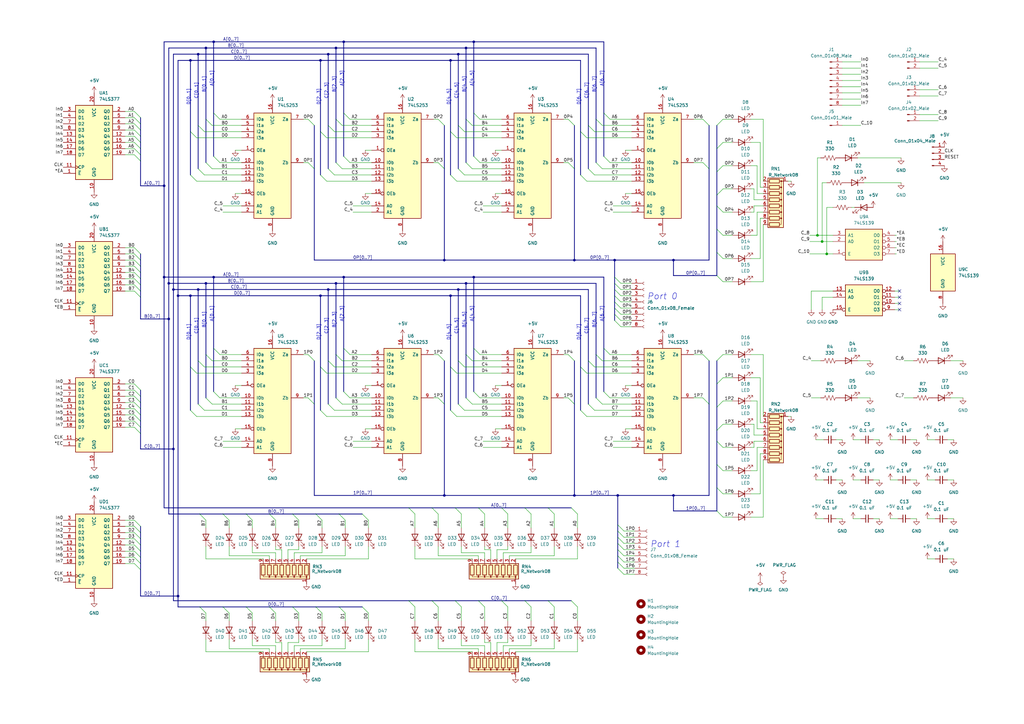
<source format=kicad_sch>
(kicad_sch (version 20211123) (generator eeschema)
  (paper "A3")
  (title_block (title "i281e Register File") (date "2024-05-04") (rev "C") (company "i281e Development Group") (comment 1 "Licensed under CERN-OHL-P v2") (comment 2 "Copyright i281e Development Group"))
  (junction (at 187.96 22.225))
  (junction (at 69.215 130.81))
  (junction (at 73.025 244.475))
  (junction (at 131.445 24.765))
  (junction (at 335.28 96.52))
  (junction (at 84.455 116.205))
  (junction (at 78.105 121.285))
  (junction (at 87.63 17.145))
  (junction (at 134.62 118.745))
  (junction (at 235.585 203.2))
  (junction (at 253.365 203.2))
  (junction (at 81.28 118.745))
  (junction (at 131.445 121.285))
  (junction (at 252.095 106.68))
  (junction (at 191.135 116.205))
  (junction (at 67.31 113.665))
  (junction (at 184.785 24.765))
  (junction (at 84.455 19.685))
  (junction (at 194.31 17.145))
  (junction (at 67.31 76.2))
  (junction (at 191.135 19.685))
  (junction (at 73.025 121.285))
  (junction (at 194.31 113.665))
  (junction (at 187.96 118.745))
  (junction (at 71.12 184.15))
  (junction (at 137.795 19.685))
  (junction (at 87.63 113.665))
  (junction (at 81.28 22.225))
  (junction (at 71.12 118.745))
  (junction (at 140.97 17.145))
  (junction (at 78.105 24.765))
  (junction (at 184.785 121.285))
  (junction (at 137.795 116.205))
  (junction (at 337.185 99.06))
  (junction (at 276.225 203.2))
  (junction (at 276.225 106.68))
  (junction (at 339.09 104.14))
  (junction (at 182.245 203.2))
  (junction (at 134.62 22.225))
  (junction (at 182.245 106.68))
  (junction (at 69.215 116.205))
  (junction (at 235.585 106.68))
  (junction (at 140.97 113.665))
  (no_connect (at 368.935 119.38))
  (no_connect (at 368.935 127))
  (no_connect (at 368.935 124.46))
  (no_connect (at 368.935 121.92))
  (bus_entry (at 186.69 246.38) (size 2.54 2.54))
  (bus_entry (at 55.118 111.76) (size 2.54 2.54))
  (bus_entry (at 177.165 208.28) (size 2.54 2.54))
  (bus_entry (at 179.705 163.195) (size 2.54 2.54))
  (bus_entry (at 55.118 165.1) (size 2.54 2.54))
  (bus_entry (at 241.3 69.215) (size 2.54 2.54))
  (bus_entry (at 55.118 101.6) (size 2.54 2.54))
  (bus_entry (at 55.118 58.42) (size 2.54 2.54))
  (bus_entry (at 139.065 210.82) (size 2.54 2.54))
  (bus_entry (at 294.005 190.5) (size 2.54 2.54))
  (bus_entry (at 194.31 46.355) (size 2.54 2.54))
  (bus_entry (at 253.365 233.045) (size 2.54 2.54))
  (bus_entry (at 247.65 142.875) (size 2.54 2.54))
  (bus_entry (at 55.118 63.5) (size 2.54 2.54))
  (bus_entry (at 55.118 172.72) (size 2.54 2.54))
  (bus_entry (at 87.63 64.135) (size 2.54 2.54))
  (bus_entry (at 194.31 64.135) (size 2.54 2.54))
  (bus_entry (at 91.44 210.82) (size 2.54 2.54))
  (bus_entry (at 288.29 145.415) (size 2.54 2.54))
  (bus_entry (at 253.365 220.345) (size 2.54 2.54))
  (bus_entry (at 134.62 51.435) (size 2.54 2.54))
  (bus_entry (at 131.445 53.975) (size 2.54 2.54))
  (bus_entry (at 137.795 48.895) (size 2.54 2.54))
  (bus_entry (at 140.97 142.875) (size 2.54 2.54))
  (bus_entry (at 233.045 145.415) (size 2.54 2.54))
  (bus_entry (at 126.365 66.675) (size 2.54 2.54))
  (bus_entry (at 253.365 215.265) (size 2.54 2.54))
  (bus_entry (at 55.118 162.56) (size 2.54 2.54))
  (bus_entry (at 294.005 70.485) (size 2.54 -2.54))
  (bus_entry (at 238.125 168.275) (size 2.54 2.54))
  (bus_entry (at 134.62 165.735) (size 2.54 2.54))
  (bus_entry (at 55.118 167.64) (size 2.54 2.54))
  (bus_entry (at 294.005 93.98) (size 2.54 2.54))
  (bus_entry (at 294.005 60.96) (size 2.54 -2.54))
  (bus_entry (at 294.005 103.505) (size 2.54 2.54))
  (bus_entry (at 140.97 160.655) (size 2.54 2.54))
  (bus_entry (at 187.96 69.215) (size 2.54 2.54))
  (bus_entry (at 234.315 208.28) (size 2.54 2.54))
  (bus_entry (at 253.365 230.505) (size 2.54 2.54))
  (bus_entry (at 252.095 113.665) (size 2.54 2.54))
  (bus_entry (at 194.31 142.875) (size 2.54 2.54))
  (bus_entry (at 294.005 167.005) (size 2.54 -2.54))
  (bus_entry (at 55.118 231.14) (size 2.54 2.54))
  (bus_entry (at 55.118 213.36) (size 2.54 2.54))
  (bus_entry (at 100.965 210.82) (size 2.54 2.54))
  (bus_entry (at 55.118 215.9) (size 2.54 2.54))
  (bus_entry (at 55.118 50.8) (size 2.54 2.54))
  (bus_entry (at 288.29 163.195) (size 2.54 2.54))
  (bus_entry (at 81.28 69.215) (size 2.54 2.54))
  (bus_entry (at 252.095 128.905) (size 2.54 2.54))
  (bus_entry (at 194.31 160.655) (size 2.54 2.54))
  (bus_entry (at 224.79 208.28) (size 2.54 2.54))
  (bus_entry (at 252.095 131.445) (size 2.54 2.54))
  (bus_entry (at 137.795 163.195) (size 2.54 2.54))
  (bus_entry (at 87.63 46.355) (size 2.54 2.54))
  (bus_entry (at 81.28 147.955) (size 2.54 2.54))
  (bus_entry (at 78.105 150.495) (size 2.54 2.54))
  (bus_entry (at 84.455 66.675) (size 2.54 2.54))
  (bus_entry (at 167.64 208.28) (size 2.54 2.54))
  (bus_entry (at 55.118 104.14) (size 2.54 2.54))
  (bus_entry (at 55.118 218.44) (size 2.54 2.54))
  (bus_entry (at 253.365 227.965) (size 2.54 2.54))
  (bus_entry (at 294.005 147.955) (size 2.54 -2.54))
  (bus_entry (at 131.445 168.275) (size 2.54 2.54))
  (bus_entry (at 126.365 145.415) (size 2.54 2.54))
  (bus_entry (at 253.365 217.805) (size 2.54 2.54))
  (bus_entry (at 294.005 200.025) (size 2.54 2.54))
  (bus_entry (at 244.475 48.895) (size 2.54 2.54))
  (bus_entry (at 241.3 51.435) (size 2.54 2.54))
  (bus_entry (at 238.125 53.975) (size 2.54 2.54))
  (bus_entry (at 55.118 220.98) (size 2.54 2.54))
  (bus_entry (at 184.785 168.275) (size 2.54 2.54))
  (bus_entry (at 177.165 246.38) (size 2.54 2.54))
  (bus_entry (at 148.59 210.82) (size 2.54 2.54))
  (bus_entry (at 55.118 119.38) (size 2.54 2.54))
  (bus_entry (at 184.785 53.975) (size 2.54 2.54))
  (bus_entry (at 191.135 48.895) (size 2.54 2.54))
  (bus_entry (at 187.96 51.435) (size 2.54 2.54))
  (bus_entry (at 126.365 163.195) (size 2.54 2.54))
  (bus_entry (at 205.74 208.28) (size 2.54 2.54))
  (bus_entry (at 55.118 226.06) (size 2.54 2.54))
  (bus_entry (at 55.118 109.22) (size 2.54 2.54))
  (bus_entry (at 186.69 208.28) (size 2.54 2.54))
  (bus_entry (at 87.63 142.875) (size 2.54 2.54))
  (bus_entry (at 252.095 116.205) (size 2.54 2.54))
  (bus_entry (at 55.118 48.26) (size 2.54 2.54))
  (bus_entry (at 55.118 157.48) (size 2.54 2.54))
  (bus_entry (at 81.28 165.735) (size 2.54 2.54))
  (bus_entry (at 205.74 246.38) (size 2.54 2.54))
  (bus_entry (at 55.118 223.52) (size 2.54 2.54))
  (bus_entry (at 140.97 64.135) (size 2.54 2.54))
  (bus_entry (at 252.095 126.365) (size 2.54 2.54))
  (bus_entry (at 252.095 118.745) (size 2.54 2.54))
  (bus_entry (at 55.118 45.72) (size 2.54 2.54))
  (bus_entry (at 244.475 163.195) (size 2.54 2.54))
  (bus_entry (at 84.455 163.195) (size 2.54 2.54))
  (bus_entry (at 55.118 228.6) (size 2.54 2.54))
  (bus_entry (at 179.705 66.675) (size 2.54 2.54))
  (bus_entry (at 191.135 66.675) (size 2.54 2.54))
  (bus_entry (at 241.3 165.735) (size 2.54 2.54))
  (bus_entry (at 294.005 113.03) (size 2.54 2.54))
  (bus_entry (at 148.59 248.92) (size 2.54 2.54))
  (bus_entry (at 129.54 248.92) (size 2.54 2.54))
  (bus_entry (at 139.065 248.92) (size 2.54 2.54))
  (bus_entry (at 120.015 248.92) (size 2.54 2.54))
  (bus_entry (at 81.915 248.92) (size 2.54 2.54))
  (bus_entry (at 110.49 248.92) (size 2.54 2.54))
  (bus_entry (at 91.44 248.92) (size 2.54 2.54))
  (bus_entry (at 100.965 248.92) (size 2.54 2.54))
  (bus_entry (at 55.118 114.3) (size 2.54 2.54))
  (bus_entry (at 191.135 163.195) (size 2.54 2.54))
  (bus_entry (at 247.65 64.135) (size 2.54 2.54))
  (bus_entry (at 288.29 48.895) (size 2.54 2.54))
  (bus_entry (at 134.62 69.215) (size 2.54 2.54))
  (bus_entry (at 294.005 157.48) (size 2.54 -2.54))
  (bus_entry (at 55.118 53.34) (size 2.54 2.54))
  (bus_entry (at 196.215 246.38) (size 2.54 2.54))
  (bus_entry (at 55.118 170.18) (size 2.54 2.54))
  (bus_entry (at 140.97 46.355) (size 2.54 2.54))
  (bus_entry (at 244.475 145.415) (size 2.54 2.54))
  (bus_entry (at 241.3 147.955) (size 2.54 2.54))
  (bus_entry (at 238.125 150.495) (size 2.54 2.54))
  (bus_entry (at 55.118 106.68) (size 2.54 2.54))
  (bus_entry (at 215.265 208.28) (size 2.54 2.54))
  (bus_entry (at 184.785 71.755) (size 2.54 2.54))
  (bus_entry (at 78.105 168.275) (size 2.54 2.54))
  (bus_entry (at 84.455 145.415) (size 2.54 2.54))
  (bus_entry (at 247.65 46.355) (size 2.54 2.54))
  (bus_entry (at 252.095 123.825) (size 2.54 2.54))
  (bus_entry (at 55.118 60.96) (size 2.54 2.54))
  (bus_entry (at 167.64 246.38) (size 2.54 2.54))
  (bus_entry (at 134.62 147.955) (size 2.54 2.54))
  (bus_entry (at 131.445 150.495) (size 2.54 2.54))
  (bus_entry (at 137.795 145.415) (size 2.54 2.54))
  (bus_entry (at 179.705 48.895) (size 2.54 2.54))
  (bus_entry (at 87.63 160.655) (size 2.54 2.54))
  (bus_entry (at 244.475 66.675) (size 2.54 2.54))
  (bus_entry (at 78.105 71.755) (size 2.54 2.54))
  (bus_entry (at 120.015 210.82) (size 2.54 2.54))
  (bus_entry (at 233.045 163.195) (size 2.54 2.54))
  (bus_entry (at 187.96 165.735) (size 2.54 2.54))
  (bus_entry (at 196.215 208.28) (size 2.54 2.54))
  (bus_entry (at 179.705 145.415) (size 2.54 2.54))
  (bus_entry (at 233.045 66.675) (size 2.54 2.54))
  (bus_entry (at 294.005 209.55) (size 2.54 2.54))
  (bus_entry (at 55.118 175.26) (size 2.54 2.54))
  (bus_entry (at 294.005 51.435) (size 2.54 -2.54))
  (bus_entry (at 234.315 246.38) (size 2.54 2.54))
  (bus_entry (at 224.79 246.38) (size 2.54 2.54))
  (bus_entry (at 294.005 80.01) (size 2.54 -2.54))
  (bus_entry (at 110.49 210.82) (size 2.54 2.54))
  (bus_entry (at 191.135 145.415) (size 2.54 2.54))
  (bus_entry (at 187.96 147.955) (size 2.54 2.54))
  (bus_entry (at 184.785 150.495) (size 2.54 2.54))
  (bus_entry (at 215.265 246.38) (size 2.54 2.54))
  (bus_entry (at 253.365 225.425) (size 2.54 2.54))
  (bus_entry (at 55.118 116.84) (size 2.54 2.54))
  (bus_entry (at 252.095 121.285) (size 2.54 2.54))
  (bus_entry (at 55.118 160.02) (size 2.54 2.54))
  (bus_entry (at 294.005 176.53) (size 2.54 -2.54))
  (bus_entry (at 294.005 84.455) (size 2.54 2.54))
  (bus_entry (at 238.125 71.755) (size 2.54 2.54))
  (bus_entry (at 253.365 222.885) (size 2.54 2.54))
  (bus_entry (at 137.795 66.675) (size 2.54 2.54))
  (bus_entry (at 126.365 48.895) (size 2.54 2.54))
  (bus_entry (at 233.045 48.895) (size 2.54 2.54))
  (bus_entry (at 288.29 66.675) (size 2.54 2.54))
  (bus_entry (at 84.455 48.895) (size 2.54 2.54))
  (bus_entry (at 81.28 51.435) (size 2.54 2.54))
  (bus_entry (at 78.105 53.975) (size 2.54 2.54))
  (bus_entry (at 247.65 160.655) (size 2.54 2.54))
  (bus_entry (at 294.005 180.975) (size 2.54 2.54))
  (bus_entry (at 55.118 55.88) (size 2.54 2.54))
  (bus_entry (at 81.915 210.82) (size 2.54 2.54))
  (bus_entry (at 131.445 71.755) (size 2.54 2.54))
  (bus_entry (at 129.54 210.82) (size 2.54 2.54))
  (bus (pts (xy 110.49 210.82) (xy 120.015 210.82)))
  (wire (pts (xy 120.65 226.695) (xy 120.65 229.235)))
  (bus (pts (xy 69.215 130.81) (xy 69.215 210.82)))
  (wire (pts (xy 227.33 262.255) (xy 227.33 266.065)))
  (wire (pts (xy 311.785 202.565) (xy 311.785 186.055)))
  (bus (pts (xy 252.095 121.285) (xy 252.095 123.825)))
  (wire (pts (xy 335.28 96.52) (xy 335.28 64.77)))
  (wire (pts (xy 190.5 71.755) (xy 205.74 71.755)))
  (wire (pts (xy 309.245 77.47) (xy 309.245 81.915)))
  (wire (pts (xy 179.705 210.82) (xy 179.705 216.535)))
  (wire (pts (xy 335.28 64.77) (xy 336.55 64.77)))
  (wire (pts (xy 196.85 163.195) (xy 205.74 163.195)))
  (wire (pts (xy 141.605 251.46) (xy 141.605 254.635)))
  (wire (pts (xy 349.885 180.34) (xy 353.06 180.34)))
  (wire (pts (xy 332.74 147.955) (xy 336.55 147.955)))
  (wire (pts (xy 132.08 251.46) (xy 132.08 254.635)))
  (wire (pts (xy 345.44 25.4) (xy 353.06 25.4)))
  (bus (pts (xy 137.795 116.205) (xy 137.795 145.415)))
  (wire (pts (xy 113.03 263.525) (xy 115.57 263.525)))
  (wire (pts (xy 309.245 183.515) (xy 309.245 180.975)))
  (wire (pts (xy 123.19 266.065) (xy 123.19 267.335)))
  (bus (pts (xy 186.69 246.38) (xy 196.215 246.38)))
  (wire (pts (xy 91.44 86.995) (xy 99.06 86.995)))
  (bus (pts (xy 57.658 177.8) (xy 57.658 184.15)))
  (bus (pts (xy 196.215 208.28) (xy 205.74 208.28)))
  (wire (pts (xy 177.8 48.895) (xy 179.705 48.895)))
  (bus (pts (xy 57.658 162.56) (xy 57.658 165.1)))
  (bus (pts (xy 57.658 53.34) (xy 57.658 55.88)))
  (wire (pts (xy 255.905 225.425) (xy 260.35 225.425)))
  (bus (pts (xy 87.63 113.665) (xy 140.97 113.665)))
  (bus (pts (xy 294.005 60.96) (xy 294.005 70.485)))
  (wire (pts (xy 250.19 48.895) (xy 259.08 48.895)))
  (wire (pts (xy 189.23 264.795) (xy 198.755 264.795)))
  (wire (pts (xy 140.335 147.955) (xy 152.4 147.955)))
  (bus (pts (xy 78.105 121.285) (xy 78.105 150.495)))
  (wire (pts (xy 377.19 49.53) (xy 384.81 49.53)))
  (wire (pts (xy 309.245 180.975) (xy 313.055 180.975)))
  (bus (pts (xy 294.005 200.025) (xy 294.005 209.55)))
  (bus (pts (xy 81.915 210.82) (xy 91.44 210.82)))
  (wire (pts (xy 143.51 66.675) (xy 152.4 66.675)))
  (bus (pts (xy 128.905 165.735) (xy 128.905 203.2)))
  (wire (pts (xy 296.545 202.565) (xy 300.355 202.565)))
  (bus (pts (xy 91.44 210.82) (xy 100.965 210.82)))
  (bus (pts (xy 57.658 160.02) (xy 57.658 162.56)))
  (bus (pts (xy 57.658 76.2) (xy 67.31 76.2)))
  (wire (pts (xy 91.44 180.975) (xy 99.06 180.975)))
  (wire (pts (xy 310.515 86.995) (xy 313.055 86.995)))
  (wire (pts (xy 144.78 180.975) (xy 152.4 180.975)))
  (bus (pts (xy 78.105 121.285) (xy 131.445 121.285)))
  (wire (pts (xy 198.755 263.525) (xy 201.295 263.525)))
  (wire (pts (xy 51.308 228.6) (xy 55.118 228.6)))
  (bus (pts (xy 182.245 106.68) (xy 235.585 106.68)))
  (wire (pts (xy 307.975 145.415) (xy 313.055 145.415)))
  (wire (pts (xy 311.785 173.355) (xy 313.055 173.355)))
  (bus (pts (xy 253.365 222.885) (xy 253.365 225.425)))
  (bus (pts (xy 81.915 248.92) (xy 91.44 248.92)))
  (wire (pts (xy 341.63 121.92) (xy 337.185 121.92)))
  (bus (pts (xy 67.31 17.145) (xy 67.31 76.2)))
  (wire (pts (xy 349.885 212.725) (xy 353.06 212.725)))
  (wire (pts (xy 391.16 180.34) (xy 388.62 180.34)))
  (bus (pts (xy 290.83 69.215) (xy 290.83 106.68)))
  (wire (pts (xy 240.665 170.815) (xy 259.08 170.815)))
  (wire (pts (xy 332.74 163.195) (xy 336.55 163.195)))
  (wire (pts (xy 375.92 180.34) (xy 373.38 180.34)))
  (bus (pts (xy 276.225 203.2) (xy 276.225 209.55)))
  (wire (pts (xy 367.665 101.6) (xy 367.03 101.6)))
  (wire (pts (xy 309.245 81.915) (xy 313.055 81.915)))
  (wire (pts (xy 284.48 48.895) (xy 288.29 48.895)))
  (wire (pts (xy 256.54 61.595) (xy 259.08 61.595)))
  (wire (pts (xy 255.905 230.505) (xy 260.35 230.505)))
  (bus (pts (xy 57.658 184.15) (xy 71.12 184.15)))
  (wire (pts (xy 151.13 251.46) (xy 151.13 254.635)))
  (wire (pts (xy 203.2 158.115) (xy 205.74 158.115)))
  (bus (pts (xy 235.585 106.68) (xy 235.585 69.215)))
  (wire (pts (xy 118.11 263.525) (xy 118.11 267.335)))
  (bus (pts (xy 137.795 145.415) (xy 137.795 163.195)))
  (wire (pts (xy 103.505 224.155) (xy 103.505 226.695)))
  (wire (pts (xy 208.28 262.255) (xy 208.28 263.525)))
  (bus (pts (xy 87.63 46.355) (xy 87.63 64.135)))
  (wire (pts (xy 193.675 147.955) (xy 205.74 147.955)))
  (wire (pts (xy 86.995 69.215) (xy 99.06 69.215)))
  (wire (pts (xy 375.92 196.85) (xy 373.38 196.85)))
  (wire (pts (xy 51.308 63.5) (xy 55.118 63.5)))
  (bus (pts (xy 294.005 70.485) (xy 294.005 80.01)))
  (bus (pts (xy 84.455 145.415) (xy 84.455 163.195)))
  (wire (pts (xy 254.635 131.445) (xy 259.08 131.445)))
  (bus (pts (xy 57.658 226.06) (xy 57.658 228.6)))
  (wire (pts (xy 51.308 109.22) (xy 55.118 109.22)))
  (wire (pts (xy 380.365 212.725) (xy 383.54 212.725)))
  (wire (pts (xy 193.675 51.435) (xy 205.74 51.435)))
  (bus (pts (xy 244.475 116.205) (xy 244.475 145.415)))
  (bus (pts (xy 128.905 203.2) (xy 182.245 203.2)))
  (wire (pts (xy 208.28 263.525) (xy 203.835 263.525)))
  (wire (pts (xy 190.5 168.275) (xy 205.74 168.275)))
  (bus (pts (xy 81.28 118.745) (xy 134.62 118.745)))
  (bus (pts (xy 247.65 142.875) (xy 247.65 160.655)))
  (wire (pts (xy 122.555 251.46) (xy 122.555 254.635)))
  (bus (pts (xy 131.445 121.285) (xy 184.785 121.285)))
  (wire (pts (xy 367.03 124.46) (xy 368.935 124.46)))
  (wire (pts (xy 170.18 210.82) (xy 170.18 216.535)))
  (bus (pts (xy 57.658 175.26) (xy 57.658 177.8)))
  (wire (pts (xy 141.605 262.255) (xy 141.605 266.065)))
  (wire (pts (xy 367.665 99.06) (xy 367.03 99.06)))
  (bus (pts (xy 253.365 217.805) (xy 253.365 220.345)))
  (wire (pts (xy 51.308 116.84) (xy 55.118 116.84)))
  (wire (pts (xy 240.665 56.515) (xy 259.08 56.515)))
  (wire (pts (xy 120.65 264.795) (xy 120.65 267.335)))
  (bus (pts (xy 294.005 147.955) (xy 294.005 157.48)))
  (wire (pts (xy 345.44 30.48) (xy 353.06 30.48)))
  (wire (pts (xy 307.975 48.895) (xy 313.055 48.895)))
  (wire (pts (xy 345.44 35.56) (xy 353.06 35.56)))
  (bus (pts (xy 205.74 208.28) (xy 215.265 208.28)))
  (wire (pts (xy 236.855 229.235) (xy 211.455 229.235)))
  (bus (pts (xy 71.12 22.225) (xy 81.28 22.225)))
  (wire (pts (xy 365.125 180.34) (xy 368.3 180.34)))
  (wire (pts (xy 51.308 106.68) (xy 55.118 106.68)))
  (bus (pts (xy 110.49 248.92) (xy 120.015 248.92)))
  (bus (pts (xy 131.445 150.495) (xy 131.445 168.275)))
  (wire (pts (xy 311.785 186.055) (xy 313.055 186.055)))
  (bus (pts (xy 235.585 203.2) (xy 253.365 203.2)))
  (bus (pts (xy 182.245 147.955) (xy 182.245 165.735)))
  (wire (pts (xy 187.325 170.815) (xy 205.74 170.815)))
  (bus (pts (xy 276.225 209.55) (xy 294.005 209.55)))
  (bus (pts (xy 139.065 210.82) (xy 148.59 210.82)))
  (bus (pts (xy 252.095 118.745) (xy 252.095 121.285)))
  (wire (pts (xy 83.82 71.755) (xy 99.06 71.755)))
  (wire (pts (xy 255.905 227.965) (xy 260.35 227.965)))
  (bus (pts (xy 81.28 118.745) (xy 81.28 147.955)))
  (wire (pts (xy 51.308 157.48) (xy 55.118 157.48)))
  (wire (pts (xy 307.975 77.47) (xy 309.245 77.47)))
  (bus (pts (xy 184.785 24.765) (xy 184.785 53.975)))
  (wire (pts (xy 367.665 96.52) (xy 367.03 96.52)))
  (wire (pts (xy 83.82 53.975) (xy 99.06 53.975)))
  (wire (pts (xy 296.545 96.52) (xy 300.355 96.52)))
  (bus (pts (xy 191.135 116.205) (xy 191.135 145.415)))
  (wire (pts (xy 217.805 224.155) (xy 217.805 226.695)))
  (wire (pts (xy 313.055 115.57) (xy 313.055 92.075)))
  (bus (pts (xy 252.095 106.68) (xy 276.225 106.68)))
  (bus (pts (xy 294.005 190.5) (xy 294.005 200.025)))
  (bus (pts (xy 177.165 246.38) (xy 186.69 246.38)))
  (bus (pts (xy 294.005 80.01) (xy 294.005 84.455)))
  (wire (pts (xy 256.54 158.115) (xy 259.08 158.115)))
  (bus (pts (xy 140.97 17.145) (xy 194.31 17.145)))
  (bus (pts (xy 57.658 231.14) (xy 57.658 233.68)))
  (wire (pts (xy 296.545 58.42) (xy 300.355 58.42)))
  (bus (pts (xy 238.125 53.975) (xy 238.125 71.755)))
  (wire (pts (xy 141.605 266.065) (xy 123.19 266.065)))
  (wire (pts (xy 227.33 210.82) (xy 227.33 216.535)))
  (bus (pts (xy 194.31 46.355) (xy 194.31 64.135)))
  (bus (pts (xy 252.095 113.665) (xy 252.095 116.205)))
  (bus (pts (xy 196.215 246.38) (xy 205.74 246.38)))
  (wire (pts (xy 149.86 79.375) (xy 152.4 79.375)))
  (bus (pts (xy 194.31 17.145) (xy 194.31 46.355)))
  (wire (pts (xy 345.44 33.02) (xy 353.06 33.02)))
  (bus (pts (xy 69.215 210.82) (xy 81.915 210.82)))
  (bus (pts (xy 71.12 184.15) (xy 71.12 246.38)))
  (wire (pts (xy 83.82 168.275) (xy 99.06 168.275)))
  (wire (pts (xy 93.98 224.155) (xy 93.98 227.965)))
  (bus (pts (xy 140.97 113.665) (xy 194.31 113.665)))
  (wire (pts (xy 296.545 154.94) (xy 300.355 154.94)))
  (wire (pts (xy 310.515 183.515) (xy 313.055 183.515)))
  (wire (pts (xy 296.545 106.045) (xy 300.355 106.045)))
  (wire (pts (xy 198.12 84.455) (xy 205.74 84.455)))
  (bus (pts (xy 73.025 248.92) (xy 81.915 248.92)))
  (wire (pts (xy 198.755 248.92) (xy 198.755 254.635)))
  (wire (pts (xy 217.805 226.695) (xy 206.375 226.695)))
  (bus (pts (xy 84.455 116.205) (xy 84.455 145.415)))
  (wire (pts (xy 309.245 86.995) (xy 309.245 84.455)))
  (wire (pts (xy 198.755 224.155) (xy 198.755 225.425)))
  (bus (pts (xy 57.658 223.52) (xy 57.658 226.06)))
  (wire (pts (xy 351.79 163.195) (xy 356.87 163.195)))
  (bus (pts (xy 57.658 63.5) (xy 57.658 66.04)))
  (bus (pts (xy 205.74 246.38) (xy 215.265 246.38)))
  (wire (pts (xy 196.85 66.675) (xy 205.74 66.675)))
  (wire (pts (xy 208.915 227.965) (xy 208.915 229.235)))
  (wire (pts (xy 137.16 168.275) (xy 152.4 168.275)))
  (wire (pts (xy 124.46 48.895) (xy 126.365 48.895)))
  (wire (pts (xy 113.03 225.425) (xy 115.57 225.425)))
  (wire (pts (xy 256.54 79.375) (xy 259.08 79.375)))
  (wire (pts (xy 247.015 165.735) (xy 259.08 165.735)))
  (wire (pts (xy 103.505 262.255) (xy 103.505 264.795)))
  (wire (pts (xy 377.19 25.4) (xy 384.81 25.4)))
  (bus (pts (xy 167.64 208.28) (xy 177.165 208.28)))
  (wire (pts (xy 84.455 267.335) (xy 107.95 267.335)))
  (bus (pts (xy 182.245 203.2) (xy 235.585 203.2)))
  (wire (pts (xy 80.645 153.035) (xy 99.06 153.035)))
  (wire (pts (xy 179.705 224.155) (xy 179.705 227.965)))
  (wire (pts (xy 254.635 121.285) (xy 259.08 121.285)))
  (bus (pts (xy 290.83 147.955) (xy 290.83 165.735)))
  (bus (pts (xy 87.63 113.665) (xy 87.63 142.875)))
  (bus (pts (xy 215.265 246.38) (xy 224.79 246.38)))
  (wire (pts (xy 51.308 170.18) (xy 55.118 170.18)))
  (bus (pts (xy 184.785 53.975) (xy 184.785 71.755)))
  (bus (pts (xy 57.658 104.14) (xy 57.658 106.68)))
  (wire (pts (xy 341.63 119.38) (xy 332.74 119.38)))
  (wire (pts (xy 334.645 212.725) (xy 337.82 212.725)))
  (bus (pts (xy 184.785 150.495) (xy 184.785 168.275)))
  (wire (pts (xy 122.555 213.36) (xy 122.555 216.535)))
  (wire (pts (xy 83.82 150.495) (xy 99.06 150.495)))
  (wire (pts (xy 254.635 116.205) (xy 259.08 116.205)))
  (wire (pts (xy 151.13 267.335) (xy 125.73 267.335)))
  (wire (pts (xy 149.86 175.895) (xy 152.4 175.895)))
  (wire (pts (xy 133.985 153.035) (xy 152.4 153.035)))
  (wire (pts (xy 179.705 227.965) (xy 196.215 227.965)))
  (wire (pts (xy 310.515 79.375) (xy 313.055 79.375)))
  (bus (pts (xy 67.31 113.665) (xy 67.31 208.28)))
  (wire (pts (xy 217.805 264.795) (xy 206.375 264.795)))
  (bus (pts (xy 57.658 165.1) (xy 57.658 167.64)))
  (bus (pts (xy 290.83 165.735) (xy 290.83 203.2)))
  (bus (pts (xy 238.125 150.495) (xy 238.125 168.275)))
  (wire (pts (xy 137.16 71.755) (xy 152.4 71.755)))
  (wire (pts (xy 133.985 74.295) (xy 152.4 74.295)))
  (wire (pts (xy 309.245 84.455) (xy 313.055 84.455)))
  (bus (pts (xy 134.62 51.435) (xy 134.62 69.215)))
  (wire (pts (xy 337.185 99.06) (xy 341.63 99.06)))
  (wire (pts (xy 110.49 266.065) (xy 110.49 267.335)))
  (bus (pts (xy 294.005 84.455) (xy 294.005 93.98)))
  (bus (pts (xy 57.658 167.64) (xy 57.658 170.18)))
  (wire (pts (xy 247.015 51.435) (xy 259.08 51.435)))
  (bus (pts (xy 241.3 147.955) (xy 241.3 165.735)))
  (bus (pts (xy 167.64 246.38) (xy 177.165 246.38)))
  (bus (pts (xy 187.96 147.955) (xy 187.96 165.735)))
  (bus (pts (xy 131.445 24.765) (xy 131.445 53.975)))
  (bus (pts (xy 78.105 24.765) (xy 131.445 24.765)))
  (bus (pts (xy 139.065 248.92) (xy 148.59 248.92)))
  (bus (pts (xy 252.095 123.825) (xy 252.095 126.365)))
  (wire (pts (xy 203.2 61.595) (xy 205.74 61.595)))
  (bus (pts (xy 167.64 208.28) (xy 67.31 208.28)))
  (bus (pts (xy 191.135 145.415) (xy 191.135 163.195)))
  (wire (pts (xy 240.665 153.035) (xy 259.08 153.035)))
  (wire (pts (xy 141.605 213.36) (xy 141.605 216.535)))
  (bus (pts (xy 177.165 208.28) (xy 186.69 208.28)))
  (wire (pts (xy 80.645 56.515) (xy 99.06 56.515)))
  (wire (pts (xy 93.98 227.965) (xy 110.49 227.965)))
  (wire (pts (xy 243.84 71.755) (xy 259.08 71.755)))
  (bus (pts (xy 71.12 246.38) (xy 167.64 246.38)))
  (wire (pts (xy 349.885 196.85) (xy 353.06 196.85)))
  (wire (pts (xy 243.84 150.495) (xy 259.08 150.495)))
  (wire (pts (xy 137.16 150.495) (xy 152.4 150.495)))
  (wire (pts (xy 170.18 229.235) (xy 193.675 229.235)))
  (bus (pts (xy 294.005 93.98) (xy 294.005 103.505)))
  (bus (pts (xy 224.79 208.28) (xy 234.315 208.28)))
  (bus (pts (xy 224.79 246.38) (xy 234.315 246.38)))
  (wire (pts (xy 313.055 48.895) (xy 313.055 74.295)))
  (wire (pts (xy 86.995 51.435) (xy 99.06 51.435)))
  (wire (pts (xy 140.335 69.215) (xy 152.4 69.215)))
  (wire (pts (xy 227.33 227.965) (xy 208.915 227.965)))
  (wire (pts (xy 296.545 212.09) (xy 300.355 212.09)))
  (wire (pts (xy 113.03 224.155) (xy 113.03 225.425)))
  (wire (pts (xy 251.46 86.995) (xy 259.08 86.995)))
  (wire (pts (xy 141.605 224.155) (xy 141.605 227.965)))
  (bus (pts (xy 241.3 118.745) (xy 241.3 147.955)))
  (wire (pts (xy 313.055 212.09) (xy 313.055 188.595)))
  (wire (pts (xy 367.03 121.92) (xy 368.935 121.92)))
  (wire (pts (xy 193.675 69.215) (xy 205.74 69.215)))
  (wire (pts (xy 193.675 165.735) (xy 205.74 165.735)))
  (wire (pts (xy 137.16 53.975) (xy 152.4 53.975)))
  (bus (pts (xy 67.31 113.665) (xy 87.63 113.665)))
  (wire (pts (xy 203.2 79.375) (xy 205.74 79.375)))
  (wire (pts (xy 345.44 27.94) (xy 353.06 27.94)))
  (bus (pts (xy 182.245 165.735) (xy 182.245 203.2)))
  (bus (pts (xy 137.795 19.685) (xy 191.135 19.685)))
  (wire (pts (xy 151.13 224.155) (xy 151.13 229.235)))
  (wire (pts (xy 296.545 86.995) (xy 300.355 86.995)))
  (bus (pts (xy 140.97 113.665) (xy 140.97 142.875)))
  (wire (pts (xy 198.755 225.425) (xy 201.295 225.425)))
  (wire (pts (xy 377.19 46.99) (xy 384.81 46.99)))
  (wire (pts (xy 198.12 183.515) (xy 205.74 183.515)))
  (bus (pts (xy 57.658 116.84) (xy 57.658 119.38)))
  (wire (pts (xy 311.785 154.94) (xy 311.785 173.355)))
  (wire (pts (xy 51.308 215.9) (xy 55.118 215.9)))
  (wire (pts (xy 255.905 222.885) (xy 260.35 222.885)))
  (bus (pts (xy 184.785 121.285) (xy 238.125 121.285)))
  (wire (pts (xy 189.23 210.82) (xy 189.23 216.535)))
  (bus (pts (xy 134.62 22.225) (xy 187.96 22.225)))
  (wire (pts (xy 113.03 262.255) (xy 113.03 263.525)))
  (bus (pts (xy 91.44 248.92) (xy 100.965 248.92)))
  (bus (pts (xy 128.905 51.435) (xy 128.905 69.215)))
  (wire (pts (xy 198.12 180.975) (xy 205.74 180.975)))
  (bus (pts (xy 128.905 147.955) (xy 128.905 165.735)))
  (wire (pts (xy 177.8 145.415) (xy 179.705 145.415)))
  (wire (pts (xy 123.19 227.965) (xy 123.19 229.235)))
  (bus (pts (xy 87.63 142.875) (xy 87.63 160.655)))
  (wire (pts (xy 227.33 224.155) (xy 227.33 227.965)))
  (wire (pts (xy 118.11 225.425) (xy 118.11 229.235)))
  (wire (pts (xy 332.105 104.14) (xy 339.09 104.14)))
  (bus (pts (xy 71.12 118.745) (xy 71.12 184.15)))
  (bus (pts (xy 276.225 203.2) (xy 290.83 203.2)))
  (wire (pts (xy 354.33 74.93) (xy 369.57 74.93)))
  (wire (pts (xy 251.46 180.975) (xy 259.08 180.975)))
  (wire (pts (xy 84.455 251.46) (xy 84.455 254.635)))
  (wire (pts (xy 217.805 262.255) (xy 217.805 264.795)))
  (wire (pts (xy 90.17 163.195) (xy 99.06 163.195)))
  (bus (pts (xy 131.445 24.765) (xy 184.785 24.765)))
  (wire (pts (xy 51.308 165.1) (xy 55.118 165.1)))
  (wire (pts (xy 251.46 84.455) (xy 259.08 84.455)))
  (wire (pts (xy 113.03 226.695) (xy 113.03 229.235)))
  (wire (pts (xy 86.995 165.735) (xy 99.06 165.735)))
  (wire (pts (xy 254.635 118.745) (xy 259.08 118.745)))
  (wire (pts (xy 217.805 210.82) (xy 217.805 216.535)))
  (bus (pts (xy 241.3 51.435) (xy 241.3 69.215)))
  (bus (pts (xy 57.658 121.92) (xy 57.658 130.81)))
  (wire (pts (xy 250.19 163.195) (xy 259.08 163.195)))
  (bus (pts (xy 235.585 106.68) (xy 252.095 106.68)))
  (wire (pts (xy 198.755 264.795) (xy 198.755 267.335)))
  (bus (pts (xy 57.658 58.42) (xy 57.658 60.96)))
  (wire (pts (xy 189.23 248.92) (xy 189.23 254.635)))
  (wire (pts (xy 190.5 53.975) (xy 205.74 53.975)))
  (bus (pts (xy 87.63 17.145) (xy 87.63 46.355)))
  (bus (pts (xy 67.31 17.145) (xy 87.63 17.145)))
  (wire (pts (xy 51.308 55.88) (xy 55.118 55.88)))
  (bus (pts (xy 100.965 210.82) (xy 110.49 210.82)))
  (wire (pts (xy 84.455 229.235) (xy 107.95 229.235)))
  (wire (pts (xy 149.86 61.595) (xy 152.4 61.595)))
  (bus (pts (xy 253.365 203.2) (xy 253.365 215.265)))
  (bus (pts (xy 137.795 19.685) (xy 137.795 48.895)))
  (wire (pts (xy 143.51 163.195) (xy 152.4 163.195)))
  (bus (pts (xy 84.455 19.685) (xy 84.455 48.895)))
  (wire (pts (xy 339.09 85.09) (xy 341.63 85.09)))
  (bus (pts (xy 57.658 111.76) (xy 57.658 114.3)))
  (wire (pts (xy 170.18 267.335) (xy 193.675 267.335)))
  (wire (pts (xy 345.44 38.1) (xy 353.06 38.1)))
  (wire (pts (xy 377.19 36.83) (xy 384.81 36.83)))
  (bus (pts (xy 252.095 126.365) (xy 252.095 128.905)))
  (wire (pts (xy 133.985 170.815) (xy 152.4 170.815)))
  (wire (pts (xy 91.44 183.515) (xy 99.06 183.515)))
  (wire (pts (xy 149.86 158.115) (xy 152.4 158.115)))
  (wire (pts (xy 80.645 74.295) (xy 99.06 74.295)))
  (wire (pts (xy 313.055 145.415) (xy 313.055 170.815)))
  (wire (pts (xy 236.855 210.82) (xy 236.855 216.535)))
  (wire (pts (xy 96.52 61.595) (xy 99.06 61.595)))
  (wire (pts (xy 51.308 114.3) (xy 55.118 114.3)))
  (bus (pts (xy 81.28 51.435) (xy 81.28 69.215)))
  (bus (pts (xy 235.585 147.955) (xy 235.585 165.735)))
  (bus (pts (xy 137.795 116.205) (xy 191.135 116.205)))
  (wire (pts (xy 113.03 213.36) (xy 113.03 216.535)))
  (bus (pts (xy 191.135 48.895) (xy 191.135 66.675)))
  (wire (pts (xy 51.308 111.76) (xy 55.118 111.76)))
  (bus (pts (xy 73.025 24.765) (xy 78.105 24.765)))
  (wire (pts (xy 132.08 226.695) (xy 120.65 226.695)))
  (wire (pts (xy 307.975 164.465) (xy 310.515 164.465)))
  (wire (pts (xy 365.125 212.725) (xy 368.3 212.725)))
  (wire (pts (xy 132.08 224.155) (xy 132.08 226.695)))
  (wire (pts (xy 170.18 262.255) (xy 170.18 267.335)))
  (wire (pts (xy 103.505 213.36) (xy 103.505 216.535)))
  (bus (pts (xy 253.365 227.965) (xy 253.365 230.505)))
  (bus (pts (xy 294.005 180.975) (xy 294.005 190.5)))
  (wire (pts (xy 84.455 213.36) (xy 84.455 216.535)))
  (bus (pts (xy 276.225 106.68) (xy 290.83 106.68)))
  (wire (pts (xy 296.545 183.515) (xy 300.355 183.515)))
  (wire (pts (xy 208.28 248.92) (xy 208.28 254.635)))
  (wire (pts (xy 296.545 164.465) (xy 300.355 164.465)))
  (bus (pts (xy 67.31 76.2) (xy 67.31 113.665)))
  (wire (pts (xy 389.89 147.955) (xy 394.97 147.955)))
  (wire (pts (xy 236.855 262.255) (xy 236.855 267.335)))
  (wire (pts (xy 189.23 262.255) (xy 189.23 264.795)))
  (wire (pts (xy 284.48 163.195) (xy 288.29 163.195)))
  (wire (pts (xy 113.03 251.46) (xy 113.03 254.635)))
  (wire (pts (xy 203.835 225.425) (xy 203.835 229.235)))
  (wire (pts (xy 51.308 48.26) (xy 55.118 48.26)))
  (bus (pts (xy 129.54 210.82) (xy 139.065 210.82)))
  (wire (pts (xy 345.44 196.85) (xy 342.9 196.85)))
  (wire (pts (xy 335.28 96.52) (xy 341.63 96.52)))
  (bus (pts (xy 276.225 113.03) (xy 294.005 113.03)))
  (wire (pts (xy 170.18 248.92) (xy 170.18 254.635)))
  (bus (pts (xy 244.475 19.685) (xy 244.475 48.895)))
  (bus (pts (xy 134.62 147.955) (xy 134.62 165.735)))
  (wire (pts (xy 187.325 74.295) (xy 205.74 74.295)))
  (bus (pts (xy 69.215 19.685) (xy 84.455 19.685)))
  (wire (pts (xy 324.485 170.815) (xy 323.215 170.815)))
  (wire (pts (xy 251.46 183.515) (xy 259.08 183.515)))
  (wire (pts (xy 51.308 223.52) (xy 55.118 223.52)))
  (wire (pts (xy 124.46 66.675) (xy 126.365 66.675)))
  (wire (pts (xy 240.665 74.295) (xy 259.08 74.295)))
  (wire (pts (xy 51.308 226.06) (xy 55.118 226.06)))
  (bus (pts (xy 134.62 22.225) (xy 134.62 51.435)))
  (wire (pts (xy 360.68 196.85) (xy 358.14 196.85)))
  (wire (pts (xy 51.308 101.6) (xy 55.118 101.6)))
  (wire (pts (xy 51.308 167.64) (xy 55.118 167.64)))
  (bus (pts (xy 57.658 109.22) (xy 57.658 111.76)))
  (bus (pts (xy 57.658 55.88) (xy 57.658 58.42)))
  (wire (pts (xy 208.28 210.82) (xy 208.28 216.535)))
  (wire (pts (xy 380.365 229.235) (xy 383.54 229.235)))
  (wire (pts (xy 51.308 104.14) (xy 55.118 104.14)))
  (bus (pts (xy 238.125 121.285) (xy 238.125 150.495)))
  (wire (pts (xy 310.515 164.465) (xy 310.515 175.895)))
  (wire (pts (xy 96.52 175.895) (xy 99.06 175.895)))
  (wire (pts (xy 51.308 119.38) (xy 55.118 119.38)))
  (wire (pts (xy 143.51 145.415) (xy 152.4 145.415)))
  (wire (pts (xy 51.308 45.72) (xy 55.118 45.72)))
  (wire (pts (xy 151.13 213.36) (xy 151.13 216.535)))
  (wire (pts (xy 96.52 158.115) (xy 99.06 158.115)))
  (wire (pts (xy 124.46 145.415) (xy 126.365 145.415)))
  (wire (pts (xy 103.505 264.795) (xy 113.03 264.795)))
  (wire (pts (xy 309.245 173.99) (xy 309.245 178.435)))
  (wire (pts (xy 311.785 58.42) (xy 311.785 76.835)))
  (bus (pts (xy 253.365 215.265) (xy 253.365 217.805)))
  (wire (pts (xy 375.92 212.725) (xy 373.38 212.725)))
  (wire (pts (xy 324.485 74.295) (xy 323.215 74.295)))
  (bus (pts (xy 187.96 51.435) (xy 187.96 69.215)))
  (wire (pts (xy 296.545 145.415) (xy 300.355 145.415)))
  (wire (pts (xy 140.335 165.735) (xy 152.4 165.735)))
  (bus (pts (xy 73.025 121.285) (xy 78.105 121.285)))
  (bus (pts (xy 57.658 130.81) (xy 69.215 130.81)))
  (wire (pts (xy 296.545 173.99) (xy 300.355 173.99)))
  (bus (pts (xy 131.445 53.975) (xy 131.445 71.755)))
  (wire (pts (xy 144.78 183.515) (xy 152.4 183.515)))
  (wire (pts (xy 247.015 147.955) (xy 259.08 147.955)))
  (bus (pts (xy 252.095 116.205) (xy 252.095 118.745)))
  (bus (pts (xy 194.31 17.145) (xy 247.65 17.145)))
  (bus (pts (xy 57.658 66.04) (xy 57.658 76.2)))
  (bus (pts (xy 194.31 113.665) (xy 194.31 142.875)))
  (wire (pts (xy 190.5 150.495) (xy 205.74 150.495)))
  (wire (pts (xy 90.17 48.895) (xy 99.06 48.895)))
  (bus (pts (xy 294.005 157.48) (xy 294.005 167.005)))
  (bus (pts (xy 73.025 248.92) (xy 73.025 244.475)))
  (wire (pts (xy 255.905 217.805) (xy 260.35 217.805)))
  (bus (pts (xy 129.54 248.92) (xy 139.065 248.92)))
  (wire (pts (xy 203.835 263.525) (xy 203.835 267.335)))
  (wire (pts (xy 310.515 175.895) (xy 313.055 175.895)))
  (wire (pts (xy 391.16 212.725) (xy 388.62 212.725)))
  (bus (pts (xy 244.475 145.415) (xy 244.475 163.195)))
  (wire (pts (xy 179.705 262.255) (xy 179.705 266.065)))
  (wire (pts (xy 345.44 180.34) (xy 342.9 180.34)))
  (wire (pts (xy 187.325 153.035) (xy 205.74 153.035)))
  (bus (pts (xy 294.005 167.005) (xy 294.005 176.53)))
  (bus (pts (xy 253.365 203.2) (xy 276.225 203.2)))
  (bus (pts (xy 235.585 51.435) (xy 235.585 69.215)))
  (wire (pts (xy 247.015 69.215) (xy 259.08 69.215)))
  (wire (pts (xy 203.2 175.895) (xy 205.74 175.895)))
  (wire (pts (xy 208.28 224.155) (xy 208.28 225.425)))
  (wire (pts (xy 177.8 163.195) (xy 179.705 163.195)))
  (wire (pts (xy 231.14 48.895) (xy 233.045 48.895)))
  (wire (pts (xy 307.975 212.09) (xy 313.055 212.09)))
  (bus (pts (xy 290.83 51.435) (xy 290.83 69.215)))
  (bus (pts (xy 247.65 46.355) (xy 247.65 64.135)))
  (wire (pts (xy 170.18 224.155) (xy 170.18 229.235)))
  (bus (pts (xy 235.585 203.2) (xy 235.585 165.735)))
  (wire (pts (xy 337.185 99.06) (xy 337.185 74.93)))
  (bus (pts (xy 247.65 113.665) (xy 247.65 142.875)))
  (wire (pts (xy 84.455 224.155) (xy 84.455 229.235)))
  (wire (pts (xy 196.215 266.065) (xy 196.215 267.335)))
  (wire (pts (xy 201.295 263.525) (xy 201.295 267.335)))
  (wire (pts (xy 389.89 163.195) (xy 394.97 163.195)))
  (wire (pts (xy 255.905 233.045) (xy 260.35 233.045)))
  (wire (pts (xy 51.308 53.34) (xy 55.118 53.34)))
  (wire (pts (xy 198.755 210.82) (xy 198.755 216.535)))
  (bus (pts (xy 78.105 24.765) (xy 78.105 53.975)))
  (bus (pts (xy 253.365 220.345) (xy 253.365 222.885)))
  (bus (pts (xy 191.135 19.685) (xy 191.135 48.895)))
  (bus (pts (xy 194.31 113.665) (xy 247.65 113.665)))
  (wire (pts (xy 254.635 133.985) (xy 259.08 133.985)))
  (wire (pts (xy 296.545 48.895) (xy 300.355 48.895)))
  (wire (pts (xy 86.995 147.955) (xy 99.06 147.955)))
  (bus (pts (xy 57.658 119.38) (xy 57.658 121.92)))
  (bus (pts (xy 187.96 118.745) (xy 241.3 118.745)))
  (wire (pts (xy 198.755 226.695) (xy 198.755 229.235)))
  (wire (pts (xy 140.335 51.435) (xy 152.4 51.435)))
  (wire (pts (xy 310.515 96.52) (xy 310.515 86.995)))
  (bus (pts (xy 244.475 48.895) (xy 244.475 66.675)))
  (wire (pts (xy 198.755 262.255) (xy 198.755 263.525)))
  (wire (pts (xy 339.09 104.14) (xy 339.09 85.09)))
  (wire (pts (xy 231.14 145.415) (xy 233.045 145.415)))
  (wire (pts (xy 51.308 172.72) (xy 55.118 172.72)))
  (wire (pts (xy 380.365 180.34) (xy 383.54 180.34)))
  (wire (pts (xy 367.03 127) (xy 368.935 127)))
  (wire (pts (xy 93.98 262.255) (xy 93.98 266.065)))
  (wire (pts (xy 231.14 163.195) (xy 233.045 163.195)))
  (bus (pts (xy 57.658 48.26) (xy 57.658 50.8)))
  (wire (pts (xy 255.905 220.345) (xy 260.35 220.345)))
  (wire (pts (xy 367.665 104.14) (xy 367.03 104.14)))
  (wire (pts (xy 51.308 220.98) (xy 55.118 220.98)))
  (wire (pts (xy 231.14 66.675) (xy 233.045 66.675)))
  (bus (pts (xy 87.63 17.145) (xy 140.97 17.145)))
  (bus (pts (xy 57.658 170.18) (xy 57.658 172.72)))
  (wire (pts (xy 307.975 154.94) (xy 311.785 154.94)))
  (bus (pts (xy 247.65 17.145) (xy 247.65 46.355)))
  (wire (pts (xy 337.185 121.92) (xy 337.185 127)))
  (wire (pts (xy 51.308 160.02) (xy 55.118 160.02)))
  (bus (pts (xy 57.658 233.68) (xy 57.658 244.475)))
  (wire (pts (xy 380.365 196.85) (xy 383.54 196.85)))
  (bus (pts (xy 128.905 106.68) (xy 182.245 106.68)))
  (wire (pts (xy 332.105 99.06) (xy 337.185 99.06)))
  (bus (pts (xy 69.215 116.205) (xy 84.455 116.205)))
  (wire (pts (xy 250.19 66.675) (xy 259.08 66.675)))
  (bus (pts (xy 140.97 142.875) (xy 140.97 160.655)))
  (bus (pts (xy 69.215 19.685) (xy 69.215 116.205)))
  (wire (pts (xy 196.85 145.415) (xy 205.74 145.415)))
  (bus (pts (xy 194.31 142.875) (xy 194.31 160.655)))
  (wire (pts (xy 80.645 170.815) (xy 99.06 170.815)))
  (wire (pts (xy 236.855 267.335) (xy 211.455 267.335)))
  (bus (pts (xy 57.658 220.98) (xy 57.658 223.52)))
  (bus (pts (xy 57.658 60.96) (xy 57.658 63.5)))
  (wire (pts (xy 307.975 106.045) (xy 311.785 106.045)))
  (bus (pts (xy 191.135 19.685) (xy 244.475 19.685)))
  (wire (pts (xy 196.85 48.895) (xy 205.74 48.895)))
  (wire (pts (xy 201.295 225.425) (xy 201.295 229.235)))
  (wire (pts (xy 103.505 251.46) (xy 103.505 254.635)))
  (wire (pts (xy 132.08 262.255) (xy 132.08 264.795)))
  (bus (pts (xy 71.12 22.225) (xy 71.12 118.745)))
  (wire (pts (xy 115.57 225.425) (xy 115.57 229.235)))
  (wire (pts (xy 334.645 180.34) (xy 337.82 180.34)))
  (wire (pts (xy 179.705 266.065) (xy 196.215 266.065)))
  (bus (pts (xy 137.795 48.895) (xy 137.795 66.675)))
  (bus (pts (xy 84.455 116.205) (xy 137.795 116.205)))
  (wire (pts (xy 255.905 235.585) (xy 260.35 235.585)))
  (bus (pts (xy 57.658 228.6) (xy 57.658 231.14)))
  (wire (pts (xy 345.44 43.18) (xy 353.06 43.18)))
  (bus (pts (xy 241.3 22.225) (xy 241.3 51.435)))
  (wire (pts (xy 124.46 163.195) (xy 126.365 163.195)))
  (wire (pts (xy 179.705 248.92) (xy 179.705 254.635)))
  (wire (pts (xy 243.84 168.275) (xy 259.08 168.275)))
  (bus (pts (xy 84.455 19.685) (xy 137.795 19.685)))
  (wire (pts (xy 51.308 50.8) (xy 55.118 50.8)))
  (wire (pts (xy 307.975 67.945) (xy 310.515 67.945)))
  (bus (pts (xy 253.365 230.505) (xy 253.365 233.045)))
  (wire (pts (xy 310.515 67.945) (xy 310.515 79.375)))
  (wire (pts (xy 132.08 213.36) (xy 132.08 216.535)))
  (bus (pts (xy 253.365 225.425) (xy 253.365 227.965)))
  (wire (pts (xy 144.78 84.455) (xy 152.4 84.455)))
  (bus (pts (xy 182.245 51.435) (xy 182.245 69.215)))
  (bus (pts (xy 252.095 106.68) (xy 252.095 113.665)))
  (wire (pts (xy 227.33 248.92) (xy 227.33 254.635)))
  (bus (pts (xy 57.658 244.475) (xy 73.025 244.475)))
  (wire (pts (xy 334.645 196.85) (xy 337.82 196.85)))
  (bus (pts (xy 128.905 69.215) (xy 128.905 106.68)))
  (bus (pts (xy 186.69 208.28) (xy 196.215 208.28)))
  (wire (pts (xy 307.975 173.99) (xy 309.245 173.99)))
  (wire (pts (xy 90.17 66.675) (xy 99.06 66.675)))
  (bus (pts (xy 57.658 218.44) (xy 57.658 220.98)))
  (bus (pts (xy 187.96 22.225) (xy 241.3 22.225)))
  (wire (pts (xy 96.52 79.375) (xy 99.06 79.375)))
  (wire (pts (xy 345.44 40.64) (xy 353.06 40.64)))
  (bus (pts (xy 81.28 22.225) (xy 134.62 22.225)))
  (wire (pts (xy 93.98 251.46) (xy 93.98 254.635)))
  (wire (pts (xy 254.635 128.905) (xy 259.08 128.905)))
  (wire (pts (xy 141.605 227.965) (xy 123.19 227.965)))
  (wire (pts (xy 307.975 96.52) (xy 310.515 96.52)))
  (wire (pts (xy 198.12 86.995) (xy 205.74 86.995)))
  (wire (pts (xy 206.375 264.795) (xy 206.375 267.335)))
  (bus (pts (xy 184.785 24.765) (xy 238.125 24.765)))
  (wire (pts (xy 189.23 224.155) (xy 189.23 226.695)))
  (wire (pts (xy 311.785 76.835) (xy 313.055 76.835)))
  (bus (pts (xy 191.135 116.205) (xy 244.475 116.205)))
  (wire (pts (xy 177.8 66.675) (xy 179.705 66.675)))
  (bus (pts (xy 294.005 103.505) (xy 294.005 113.03)))
  (wire (pts (xy 51.308 162.56) (xy 55.118 162.56)))
  (wire (pts (xy 110.49 227.965) (xy 110.49 229.235)))
  (wire (pts (xy 84.455 262.255) (xy 84.455 267.335)))
  (wire (pts (xy 196.215 227.965) (xy 196.215 229.235)))
  (bus (pts (xy 184.785 121.285) (xy 184.785 150.495)))
  (wire (pts (xy 284.48 145.415) (xy 288.29 145.415)))
  (wire (pts (xy 122.555 224.155) (xy 122.555 225.425)))
  (wire (pts (xy 311.785 89.535) (xy 313.055 89.535)))
  (wire (pts (xy 307.975 202.565) (xy 311.785 202.565)))
  (wire (pts (xy 311.785 106.045) (xy 311.785 89.535)))
  (bus (pts (xy 187.96 22.225) (xy 187.96 51.435)))
  (bus (pts (xy 57.658 215.9) (xy 57.658 218.44)))
  (bus (pts (xy 120.015 210.82) (xy 129.54 210.82)))
  (wire (pts (xy 151.13 262.255) (xy 151.13 267.335)))
  (wire (pts (xy 133.985 56.515) (xy 152.4 56.515)))
  (wire (pts (xy 345.44 212.725) (xy 342.9 212.725)))
  (wire (pts (xy 351.79 64.77) (xy 369.57 64.77)))
  (wire (pts (xy 122.555 225.425) (xy 118.11 225.425)))
  (bus (pts (xy 238.125 24.765) (xy 238.125 53.975)))
  (wire (pts (xy 115.57 263.525) (xy 115.57 267.335)))
  (bus (pts (xy 215.265 208.28) (xy 224.79 208.28)))
  (wire (pts (xy 143.51 48.895) (xy 152.4 48.895)))
  (wire (pts (xy 243.84 53.975) (xy 259.08 53.975)))
  (wire (pts (xy 307.975 193.04) (xy 310.515 193.04)))
  (wire (pts (xy 132.08 264.795) (xy 120.65 264.795)))
  (wire (pts (xy 51.308 218.44) (xy 55.118 218.44)))
  (bus (pts (xy 73.025 24.765) (xy 73.025 121.285)))
  (wire (pts (xy 309.245 178.435) (xy 313.055 178.435)))
  (bus (pts (xy 140.97 17.145) (xy 140.97 46.355)))
  (bus (pts (xy 81.28 22.225) (xy 81.28 51.435)))
  (wire (pts (xy 377.19 39.37) (xy 384.81 39.37)))
  (wire (pts (xy 296.545 67.945) (xy 300.355 67.945)))
  (wire (pts (xy 284.48 66.675) (xy 288.29 66.675)))
  (wire (pts (xy 296.545 77.47) (xy 300.355 77.47)))
  (bus (pts (xy 182.245 69.215) (xy 182.245 106.68)))
  (wire (pts (xy 217.805 248.92) (xy 217.805 254.635)))
  (bus (pts (xy 57.658 50.8) (xy 57.658 53.34)))
  (wire (pts (xy 337.185 74.93) (xy 339.09 74.93)))
  (wire (pts (xy 307.975 58.42) (xy 311.785 58.42)))
  (wire (pts (xy 51.308 58.42) (xy 55.118 58.42)))
  (bus (pts (xy 78.105 150.495) (xy 78.105 168.275)))
  (bus (pts (xy 120.015 248.92) (xy 129.54 248.92)))
  (wire (pts (xy 51.308 213.36) (xy 55.118 213.36)))
  (wire (pts (xy 208.28 225.425) (xy 203.835 225.425)))
  (wire (pts (xy 236.855 224.155) (xy 236.855 229.235)))
  (wire (pts (xy 151.13 229.235) (xy 125.73 229.235)))
  (bus (pts (xy 73.025 121.285) (xy 73.025 244.475)))
  (wire (pts (xy 307.975 86.995) (xy 309.245 86.995)))
  (wire (pts (xy 187.325 56.515) (xy 205.74 56.515)))
  (bus (pts (xy 187.96 118.745) (xy 187.96 147.955)))
  (wire (pts (xy 391.16 196.85) (xy 388.62 196.85)))
  (wire (pts (xy 227.33 266.065) (xy 208.915 266.065)))
  (bus (pts (xy 131.445 121.285) (xy 131.445 150.495)))
  (bus (pts (xy 134.62 118.745) (xy 134.62 147.955)))
  (wire (pts (xy 256.54 175.895) (xy 259.08 175.895)))
  (wire (pts (xy 296.545 193.04) (xy 300.355 193.04)))
  (wire (pts (xy 122.555 262.255) (xy 122.555 263.525)))
  (wire (pts (xy 360.68 212.725) (xy 358.14 212.725)))
  (wire (pts (xy 377.19 27.94) (xy 384.81 27.94)))
  (wire (pts (xy 122.555 263.525) (xy 118.11 263.525)))
  (wire (pts (xy 350.52 85.09) (xy 349.25 85.09)))
  (wire (pts (xy 208.915 266.065) (xy 208.915 267.335)))
  (wire (pts (xy 332.105 96.52) (xy 335.28 96.52)))
  (wire (pts (xy 236.855 248.92) (xy 236.855 254.635)))
  (wire (pts (xy 307.975 183.515) (xy 309.245 183.515)))
  (bus (pts (xy 134.62 118.745) (xy 187.96 118.745)))
  (bus (pts (xy 252.095 128.905) (xy 252.095 131.445)))
  (wire (pts (xy 310.515 193.04) (xy 310.515 183.515)))
  (wire (pts (xy 370.84 147.955) (xy 374.65 147.955)))
  (bus (pts (xy 57.658 106.68) (xy 57.658 109.22)))
  (wire (pts (xy 250.19 145.415) (xy 259.08 145.415)))
  (wire (pts (xy 144.78 86.995) (xy 152.4 86.995)))
  (bus (pts (xy 69.215 116.205) (xy 69.215 130.81)))
  (wire (pts (xy 90.17 145.415) (xy 99.06 145.415)))
  (wire (pts (xy 332.74 119.38) (xy 332.74 127)))
  (wire (pts (xy 391.16 229.235) (xy 388.62 229.235)))
  (wire (pts (xy 254.635 123.825) (xy 259.08 123.825)))
  (bus (pts (xy 71.12 118.745) (xy 81.28 118.745)))
  (wire (pts (xy 254.635 126.365) (xy 259.08 126.365)))
  (wire (pts (xy 51.308 60.96) (xy 55.118 60.96)))
  (bus (pts (xy 100.965 248.92) (xy 110.49 248.92)))
  (wire (pts (xy 103.505 226.695) (xy 113.03 226.695)))
  (bus (pts (xy 294.005 51.435) (xy 294.005 60.96)))
  (wire (pts (xy 189.23 226.695) (xy 198.755 226.695)))
  (wire (pts (xy 351.79 147.955) (xy 356.87 147.955)))
  (wire (pts (xy 370.84 163.195) (xy 374.65 163.195)))
  (wire (pts (xy 51.308 175.26) (xy 55.118 175.26)))
  (bus (pts (xy 81.28 147.955) (xy 81.28 165.735)))
  (wire (pts (xy 93.98 266.065) (xy 110.49 266.065)))
  (wire (pts (xy 51.308 231.14) (xy 55.118 231.14)))
  (bus (pts (xy 84.455 48.895) (xy 84.455 66.675)))
  (wire (pts (xy 367.03 119.38) (xy 368.935 119.38)))
  (wire (pts (xy 345.44 51.435) (xy 353.06 51.435)))
  (bus (pts (xy 57.658 172.72) (xy 57.658 175.26)))
  (wire (pts (xy 91.44 84.455) (xy 99.06 84.455)))
  (wire (pts (xy 360.68 180.34) (xy 358.14 180.34)))
  (wire (pts (xy 307.975 115.57) (xy 313.055 115.57)))
  (wire (pts (xy 365.125 196.85) (xy 368.3 196.85)))
  (bus (pts (xy 276.225 106.68) (xy 276.225 113.03)))
  (wire (pts (xy 93.98 213.36) (xy 93.98 216.535)))
  (bus (pts (xy 78.105 53.975) (xy 78.105 71.755)))
  (bus (pts (xy 140.97 46.355) (xy 140.97 64.135)))
  (bus (pts (xy 57.658 114.3) (xy 57.658 116.84)))
  (wire (pts (xy 296.545 115.57) (xy 300.355 115.57)))
  (bus (pts (xy 294.005 176.53) (xy 294.005 180.975)))
  (wire (pts (xy 206.375 226.695) (xy 206.375 229.235)))
  (wire (pts (xy 339.09 104.14) (xy 341.63 104.14)))
  (wire (pts (xy 113.03 264.795) (xy 113.03 267.335)))
  (text "C[0..1]" (at 81.28 137.16 90) (effects (font (size 1.27 1.27)) (justify left bottom)))
  (text "Port 1" (at 266.7 224.79 0) (effects (font (size 2.54 2.54) italic) (justify left bottom)))
  (text "B[2..3]" (at 137.795 38.1 90) (effects (font (size 1.27 1.27)) (justify left bottom)))
  (text "B[6..7]" (at 244.475 134.62 90) (effects (font (size 1.27 1.27)) (justify left bottom)))
  (text "D[6..7]" (at 238.125 43.18 90) (effects (font (size 1.27 1.27)) (justify left bottom)))
  (text "A[4..5]" (at 194.31 35.56 90) (effects (font (size 1.27 1.27)) (justify left bottom)))
  (text "B[6..7]" (at 244.475 38.1 90) (effects (font (size 1.27 1.27)) (justify left bottom)))
  (text "C[2..3]" (at 134.62 137.16 90) (effects (font (size 1.27 1.27)) (justify left bottom)))
  (text "C[2..3]" (at 134.62 40.64 90) (effects (font (size 1.27 1.27)) (justify left bottom)))
  (text "D[4..5]" (at 184.785 139.7 90) (effects (font (size 1.27 1.27)) (justify left bottom)))
  (text "A[6..7]" (at 247.65 132.08 90) (effects (font (size 1.27 1.27)) (justify left bottom)))
  (text "D[0..1]" (at 78.105 43.18 90) (effects (font (size 1.27 1.27)) (justify left bottom)))
  (text "D[4..5]" (at 184.785 43.18 90) (effects (font (size 1.27 1.27)) (justify left bottom)))
  (text "A[2..3]" (at 140.97 35.56 90) (effects (font (size 1.27 1.27)) (justify left bottom)))
  (text "A[2..3]" (at 140.97 132.08 90) (effects (font (size 1.27 1.27)) (justify left bottom)))
  (text "B[0..1]" (at 84.455 38.1 90) (effects (font (size 1.27 1.27)) (justify left bottom)))
  (text "D[2..3]" (at 131.445 139.7 90) (effects (font (size 1.27 1.27)) (justify left bottom)))
  (text "C[6..7]" (at 241.3 40.64 90) (effects (font (size 1.27 1.27)) (justify left bottom)))
  (text "D[0..1]" (at 78.105 139.7 90) (effects (font (size 1.27 1.27)) (justify left bottom)))
  (text "B[0..1]" (at 84.455 134.62 90) (effects (font (size 1.27 1.27)) (justify left bottom)))
  (text "B[2..3]" (at 137.795 134.62 90) (effects (font (size 1.27 1.27)) (justify left bottom)))
  (text "B[4..5]" (at 191.135 134.62 90) (effects (font (size 1.27 1.27)) (justify left bottom)))
  (text "A[4..5]" (at 194.31 132.08 90) (effects (font (size 1.27 1.27)) (justify left bottom)))
  (text "C[4..5]" (at 187.96 40.64 90) (effects (font (size 1.27 1.27)) (justify left bottom)))
  (text "C[4..5]" (at 187.96 137.16 90) (effects (font (size 1.27 1.27)) (justify left bottom)))
  (text "D[2..3]" (at 131.445 43.18 90) (effects (font (size 1.27 1.27)) (justify left bottom)))
  (text "D[6..7]" (at 238.125 139.7 90) (effects (font (size 1.27 1.27)) (justify left bottom)))
  (text "Port 0" (at 265.43 123.19 0) (effects (font (size 2.54 2.54) italic) (justify left bottom)))
  (text "A[0..1]" (at 87.63 35.56 90) (effects (font (size 1.27 1.27)) (justify left bottom)))
  (text "A[0..1]" (at 87.63 132.08 90) (effects (font (size 1.27 1.27)) (justify left bottom)))
  (text "B[4..5]" (at 191.135 38.1 90) (effects (font (size 1.27 1.27)) (justify left bottom)))
  (text "A[6..7]" (at 247.65 35.56 90) (effects (font (size 1.27 1.27)) (justify left bottom)))
  (text "C[0..1]" (at 81.28 40.64 90) (effects (font (size 1.27 1.27)) (justify left bottom)))
  (text "C[6..7]" (at 241.3 137.16 90) (effects (font (size 1.27 1.27)) (justify left bottom)))
  (label "B2" (at 144.145 51.435 0))
  (label "C_10" (at 353.06 51.435 0))
  (label "A5" (at 52.578 58.42 0))
  (label "C7" (at 250.825 71.755 0))
  (label "B[0..7]" (at 59.055 130.81 0))
  (label "D0" (at 151.13 254 90))
  (label "C[0..7]" (at 59.055 184.15 0))
  (label "C_5" (at 198.12 84.455 180))
  (label "C7" (at 52.578 175.26 0))
  (label "B7" (at 250.825 69.215 0))
  (label "A6" (at 52.578 60.96 0))
  (label "A4" (at 197.485 48.895 0))
  (label "In2" (at 25.908 162.56 180))
  (label "In6" (at 25.908 228.6 180))
  (label "D7" (at 250.825 74.295 0))
  (label "In3" (at 25.908 165.1 180))
  (label "0P5" (at 231.14 66.675 0))
  (label "C_4" (at 144.78 86.995 180))
  (label "D7" (at 52.578 231.14 0))
  (label "C0" (at 90.805 150.495 0))
  (label "*EB" (at 367.665 99.06 0))
  (label "0P4" (at 231.14 48.895 0))
  (label "C_9" (at 384.81 49.53 0))
  (label "In2" (at 25.908 218.44 180))
  (label "B[0..7]" (at 93.345 19.685 0))
  (label "In6" (at 25.908 116.84 180))
  (label "In2" (at 353.06 30.48 0))
  (label "C3" (at 52.578 165.1 0))
  (label "B3" (at 122.555 215.9 90))
  (label "C_6" (at 251.46 183.515 180))
  (label "1P5" (at 256.54 230.505 0))
  (label "B6" (at 93.98 215.9 90))
  (label "A1" (at 52.578 48.26 0))
  (label "A6" (at 250.825 48.895 0))
  (label "B1" (at 141.605 215.9 90))
  (label "D2" (at 52.578 218.44 0))
  (label "*EC" (at 367.665 101.6 0))
  (label "In6" (at 353.06 40.64 0))
  (label "C_5" (at 91.44 84.455 180))
  (label "RESET" (at 387.35 65.405 0))
  (label "C2" (at 144.145 150.495 0))
  (label "C_10" (at 332.105 104.14 180))
  (label "B5" (at 103.505 215.9 90))
  (label "A5" (at 197.485 66.675 0))
  (label "In1" (at 25.908 160.02 180))
  (label "D1" (at 141.605 254 90))
  (label "B3" (at 144.145 69.215 0))
  (label "A1" (at 90.805 163.195 0))
  (label "C_6" (at 384.81 36.83 0))
  (label "1P6" (at 256.54 233.045 0))
  (label "*ED" (at 367.665 104.14 0))
  (label "C0" (at 52.578 157.48 0))
  (label "0P[0..7]" (at 144.78 106.68 0))
  (label "In0" (at 25.908 213.36 180))
  (label "D6" (at 250.825 56.515 0))
  (label "0P7" (at 255.27 133.985 0))
  (label "C1" (at 90.805 168.275 0))
  (label "D5" (at 103.505 254 90))
  (label "CLK" (at 25.908 68.58 180))
  (label "1P0" (at 256.54 217.805 0))
  (label "0P1" (at 255.27 118.745 0))
  (label "D2" (at 132.08 254 90))
  (label "B6" (at 250.825 147.955 0))
  (label "A0" (at 236.855 215.9 90))
  (label "C_8" (at 332.105 96.52 180))
  (label "D[0..7]" (at 109.855 248.92 0))
  (label "D1" (at 90.805 74.295 0))
  (label "In5" (at 25.908 226.06 180))
  (label "In7" (at 25.908 119.38 180))
  (label "D1" (at 52.578 215.9 0))
  (label "C_4" (at 91.44 86.995 180))
  (label "C4" (at 198.755 254 90))
  (label "A3" (at 144.145 163.195 0))
  (label "In4" (at 25.908 111.76 180))
  (label "A3" (at 144.145 66.675 0))
  (label "In0" (at 353.06 25.4 0))
  (label "CLK" (at 25.908 124.46 180))
  (label "C5" (at 52.578 170.18 0))
  (label "*EA" (at 367.665 96.52 0))
  (label "C5" (at 197.485 71.755 0))
  (label "1P3" (at 256.54 225.425 0))
  (label "C_7" (at 370.84 163.195 180))
  (label "In5" (at 25.908 170.18 180))
  (label "A2" (at 52.578 50.8 0))
  (label "1P1" (at 256.54 220.345 0))
  (label "D4" (at 113.03 254 90))
  (label "0P1" (at 297.18 58.42 0))
  (label "1P0" (at 124.46 145.415 0))
  (label "B4" (at 113.03 215.9 90))
  (label "1P5" (at 231.14 163.195 0))
  (label "A2" (at 144.145 145.415 0))
  (label "C_7" (at 198.12 180.975 180))
  (label "In3" (at 25.908 109.22 180))
  (label "D2" (at 144.145 56.515 0))
  (label "D3" (at 52.578 220.98 0))
  (label "D7" (at 250.825 170.815 0))
  (label "1P5" (at 297.18 193.04 0))
  (label "In5" (at 25.908 58.42 180))
  (label "0P5" (at 297.18 96.52 0))
  (label "B0" (at 52.578 101.6 0))
  (label "C_6" (at 370.84 147.955 180))
  (label "1P2" (at 177.8 145.415 0))
  (label "1P[0..7]" (at 144.78 203.2 0))
  (label "B0" (at 151.13 215.9 90))
  (label "C6" (at 52.578 172.72 0))
  (label "A[0..7]" (at 201.295 208.28 0))
  (label "0P6" (at 255.27 131.445 0))
  (label "In7" (at 25.908 175.26 180))
  (label "B4" (at 197.485 147.955 0))
  (label "C7" (at 250.825 168.275 0))
  (label "A2" (at 144.145 48.895 0))
  (label "D5" (at 197.485 74.295 0))
  (label "In1" (at 25.908 215.9 180))
  (label "B1" (at 52.578 104.14 0))
  (label "C_4" (at 384.81 25.4 0))
  (label "B7" (at 52.578 119.38 0))
  (label "B7" (at 250.825 165.735 0))
  (label "C1" (at 90.805 71.755 0))
  (label "1P2" (at 256.54 222.885 0))
  (label "0P3" (at 297.18 77.47 0))
  (label "*EB" (at 25.908 127 180))
  (label "B1" (at 90.805 165.735 0))
  (label "C4" (at 52.578 167.64 0))
  (label "C3" (at 144.145 168.275 0))
  (label "A6" (at 179.705 215.9 90))
  (label "C3" (at 208.28 254 90))
  (label "1P7" (at 256.54 235.585 0))
  (label "B3" (at 52.578 109.22 0))
  (label "C_5" (at 251.46 84.455 180))
  (label "CLK" (at 387.35 62.865 0))
  (label "0P2" (at 255.27 121.285 0))
  (label "D0" (at 90.805 153.035 0))
  (label "CLK" (at 25.908 180.34 180))
  (label "B1" (at 90.805 69.215 0))
  (label "D6" (at 250.825 153.035 0))
  (label "1P[0..7]" (at 241.935 203.2 0))
  (label "0P0" (at 124.46 48.895 0))
  (label "1P7" (at 297.18 212.09 0))
  (label "0P6" (at 297.18 106.045 0))
  (label "C0" (at 90.805 53.975 0))
  (label "D[0..7]" (at 95.885 24.765 0))
  (label "C_9" (at 332.105 99.06 180))
  (label "B[0..7]" (at 109.855 210.82 0))
  (label "In0" (at 25.908 157.48 180))
  (label "C7" (at 170.18 254 90))
  (label "*ED" (at 25.908 238.76 180))
  (label "1P3" (at 177.8 163.195 0))
  (label "In2" (at 25.908 50.8 180))
  (label "In4" (at 353.06 35.56 0))
  (label "In4" (at 25.908 223.52 180))
  (label "A7" (at 250.825 66.675 0))
  (label "B4" (at 197.485 51.435 0))
  (label "0P7" (at 284.48 66.675 0))
  (label "D3" (at 144.145 74.295 0))
  (label "A4" (at 197.485 145.415 0))
  (label "In7" (at 25.908 63.5 180))
  (label "0P4" (at 297.18 86.995 0))
  (label "C5" (at 197.485 168.275 0))
  (label "0P4" (at 255.27 126.365 0))
  (label "D5" (at 52.578 226.06 0))
  (label "C6" (at 250.825 150.495 0))
  (label "C_5" (at 332.74 163.195 180))
  (label "0P5" (at 255.27 128.905 0))
  (label "In6" (at 25.908 172.72 180))
  (label "In7" (at 353.06 43.18 0))
  (label "D4" (at 197.485 153.035 0))
  (label "In5" (at 25.908 114.3 180))
  (label "D6" (at 52.578 228.6 0))
  (label "0P3" (at 177.8 66.675 0))
  (label "A7" (at 170.18 215.9 90))
  (label "B2" (at 132.08 215.9 90))
  (label "A0" (at 52.578 45.72 0))
  (label "D2" (at 144.145 153.035 0))
  (label "B4" (at 52.578 111.76 0))
  (label "A5" (at 197.485 163.195 0))
  (label "0P[0..7]" (at 241.935 106.68 0))
  (label "C4" (at 197.485 53.975 0))
  (label "1P0" (at 297.18 145.415 0))
  (label "A0" (at 90.805 145.415 0))
  (label "C[0..7]" (at 201.295 246.38 0))
  (label "1P[0..7]" (at 281.305 209.55 0))
  (label "B6" (at 250.825 51.435 0))
  (label "C_5" (at 384.81 27.94 0))
  (label "C_6" (at 144.78 183.515 180))
  (label "A7" (at 52.578 63.5 0))
  (label "B7" (at 84.455 215.9 90))
  (label "A[0..7]" (at 59.055 76.2 0))
  (label "C6" (at 179.705 254 90))
  (label "0P3" (at 255.27 123.825 0))
  (label "1P2" (at 297.18 164.465 0))
  (label "D4" (at 197.485 56.515 0))
  (label "In6" (at 25.908 60.96 180))
  (label "In3" (at 353.06 33.02 0))
  (label "*EA" (at 25.908 71.12 180))
  (label "C_7" (at 91.44 180.975 180))
  (label "C4" (at 197.485 150.495 0))
  (label "C1" (at 52.578 160.02 0))
  (label "0P1" (at 124.46 66.675 0))
  (label "D1" (at 90.805 170.815 0))
  (label "In0" (at 25.908 45.72 180))
  (label "D5" (at 197.485 170.815 0))
  (label "C2" (at 52.578 162.56 0))
  (label "D4" (at 52.578 223.52 0))
  (label "In7" (at 25.908 231.14 180))
  (label "0P7" (at 297.18 115.57 0))
  (label "C_4" (at 198.12 86.995 180))
  (label "A6" (at 250.825 145.415 0))
  (label "In1" (at 25.908 104.14 180))
  (label "A3" (at 208.28 215.9 90))
  (label "C2" (at 217.805 254 90))
  (label "*EC" (at 25.908 182.88 180))
  (label "C_6" (at 198.12 183.515 180))
  (label "A[0..7]" (at 91.44 17.145 0))
  (label "B2" (at 52.578 106.68 0))
  (label "In3" (at 25.908 53.34 180))
  (label "C1" (at 227.33 254 90))
  (label "0P0" (at 255.27 116.205 0))
  (label "C_4" (at 332.74 147.955 180))
  (label "A1" (at 227.33 215.9 90))
  (label "A4" (at 52.578 55.88 0))
  (label "C6" (at 250.825 53.975 0))
  (label "In1" (at 25.908 48.26 180))
  (label "1P1" (at 124.46 163.195 0))
  (label "B6" (at 52.578 116.84 0))
  (label "CLK" (at 25.908 236.22 180))
  (label "C_5" (at 144.78 84.455 180))
  (label "B0" (at 90.805 147.955 0))
  (label "In4" (at 25.908 55.88 180))
  (label "D0" (at 90.805 56.515 0))
  (label "C_7" (at 384.81 39.37 0))
  (label "A2" (at 217.805 215.9 90))
  (label "A[0..7]" (at 91.44 113.665 0))
  (label "C_4" (at 251.46 86.995 180))
  (label "B0" (at 90.805 51.435 0))
  (label "D[0..7]" (at 59.055 244.475 0))
  (label "C_7" (at 251.46 180.975 180))
  (label "1P1" (at 297.18 154.94 0))
  (label "B5" (at 197.485 69.215 0))
  (label "1P4" (at 256.54 227.965 0))
  (label "0P2" (at 297.18 67.945 0))
  (label "B[0..7]" (at 93.345 116.205 0))
  (label "0P2" (at 177.8 48.895 0))
  (label "C[0..7]" (at 94.615 118.745 0))
  (label "0P6" (at 284.48 48.895 0))
  (label "A1" (at 90.805 66.675 0))
  (label "C_6" (at 91.44 183.515 180))
  (label "B2" (at 144.145 147.955 0))
  (label "In3" (at 25.908 220.98 180))
  (label "1P6" (at 297.18 202.565 0))
  (label "1P4" (at 297.18 183.515 0))
  (label "C2" (at 144.145 53.975 0))
  (label "A4" (at 198.755 215.9 90))
  (label "A7" (at 250.825 163.195 0))
  (label "B5" (at 52.578 114.3 0))
  (label "D0" (at 52.578 213.36 0))
  (label "1P4" (at 231.14 145.415 0))
  (label "D[0..7]" (at 95.885 121.285 0))
  (label "In1" (at 353.06 27.94 0))
  (label "1P6" (at 284.48 145.415 0))
  (label "In2" (at 25.908 106.68 180))
  (label "C_7" (at 144.78 180.975 180))
  (label "C_8" (at 384.81 46.99 0))
  (label "C[0..7]" (at 94.615 22.225 0))
  (label "D3" (at 144.145 170.815 0))
  (label "In0" (at 25.908 101.6 180))
  (label "B3" (at 144.145 165.735 0))
  (label "B5" (at 197.485 165.735 0))
  (label "A0" (at 90.805 48.895 0))
  (label "0P[0..7]" (at 281.305 113.03 0))
  (label "In4" (at 25.908 167.64 180))
  (label "D3" (at 122.555 254 90))
  (label "1P3" (at 297.18 173.99 0))
  (label "D7" (at 84.455 254 90))
  (label "C3" (at 144.145 71.755 0))
  (label "In5" (at 353.06 38.1 0))
  (label "A3" (at 52.578 53.34 0))
  (label "A5" (at 189.23 215.9 90))
  (label "D6" (at 93.98 254 90))
  (label "C5" (at 189.23 254 90))
  (label "C0" (at 236.855 254 90))
  (label "1P7" (at 284.48 163.195 0))
  (label "0P0" (at 297.18 48.895 0))
  (symbol (lib_id "Device:LED") (at 113.03 220.345 90) (unit 1)
    (property "Reference" "D27" (at 116.84 220.6624 90) (effects (justify right)))
    (property "Value" "LED" (at 116.84 223.2024 90) (effects (justify right)))
    (property "Footprint" "LED_THT:LED_D5.0mm" (effects hide))
  )
  (symbol (lib_id "Connector:Conn_01x02_Male") (at 372.11 36.83 0) (unit 1)
    (property "Reference" "J3" (at 372.745 31.75 0))
    (property "Value" "Conn_01x02_Male" (at 372.745 34.29 0))
    (property "Footprint" "Connector_PinHeader_2.54mm:PinHeader_1x02_P2.54mm_Vertical" (effects hide))
  )
  (symbol (lib_id "Device:R_US") (at 340.36 147.955 90) (unit 1)
    (property "Reference" "R4" (at 340.36 142.24 90))
    (property "Value" "330" (at 340.36 144.78 90))
    (property "Footprint" "Resistor_THT:R_Axial_DIN0207_L6.3mm_D2.5mm_P7.62mm_Horizontal" (effects hide))
  )
  (symbol (lib_id "74xx:74LS139") (at 354.33 99.06 0) (unit 1)
    (property "Reference" "U9" (at 354.33 88.9 0))
    (property "Value" "74LS139" (at 354.33 91.44 0))
    (property "Footprint" "Package_DIP:DIP-16_W7.62mm_Socket" (effects hide))
    (property "Datasheet" "http://www.ti.com/lit/ds/symlink/sn74ls139a.pdf" (effects hide))
  )
  (symbol (lib_id "Device:LED") (at 132.08 220.345 90) (unit 1)
    (property "Reference" "D29" (at 135.89 220.6624 90) (effects (justify right)))
    (property "Value" "LED" (at 135.89 223.2024 90) (effects (justify right)))
    (property "Footprint" "LED_THT:LED_D5.0mm" (effects hide))
  )
  (symbol (lib_id "power:GND") (at 345.44 196.85 0) (unit 1)
    (property "Reference" "#PWR0135" (effects hide))
    (property "Value" "GND" (at 345.44 201.93 0))
  )
  (symbol (lib_id "Device:LED") (at 189.23 258.445 90) (unit 1)
    (property "Reference" "D50" (at 193.04 258.7624 90) (effects (justify right)))
    (property "Value" "LED" (at 193.04 261.3024 90) (effects (justify right)))
    (property "Footprint" "LED_THT:LED_D5.0mm" (effects hide))
  )
  (symbol (lib_id "74xx:74LS377") (at 38.608 114.3 0) (unit 1)
    (property "Reference" "UB1" (at 40.6274 93.98 0) (effects (justify left)))
    (property "Value" "74LS377" (at 40.6274 96.52 0) (effects (justify left)))
    (property "Footprint" "Package_DIP:DIP-20_W7.62mm_Socket" (effects hide))
    (property "Datasheet" "http://www.ti.com/lit/gpn/sn74LS377" (effects hide))
  )
  (symbol (lib_id "power:+5V") (at 334.645 180.34 0) (unit 1)
    (property "Reference" "#PWR0130" (effects hide))
    (property "Value" "+5V" (at 334.645 175.26 0))
  )
  (symbol (lib_id "Device:LED") (at 304.165 212.09 180) (unit 1)
    (property "Reference" "D23" (at 305.7525 205.105 0))
    (property "Value" "LED" (at 305.7525 207.645 0))
    (property "Footprint" "LED_THT:LED_D5.0mm" (effects hide))
  )
  (symbol (lib_id "74xx:74LS377") (at 38.608 170.18 0) (unit 1)
    (property "Reference" "UC1" (at 40.6274 149.86 0) (effects (justify left)))
    (property "Value" "74LS377" (at 40.6274 152.4 0) (effects (justify left)))
    (property "Footprint" "Package_DIP:DIP-20_W7.62mm_Socket" (effects hide))
    (property "Datasheet" "http://www.ti.com/lit/gpn/sn74LS377" (effects hide))
  )
  (symbol (lib_id "Connector:Conn_01x08_Male") (at 340.36 33.02 0) (unit 1)
    (property "Reference" "J1" (at 340.995 20.32 0))
    (property "Value" "Conn_01x08_Male" (at 340.995 22.86 0))
    (property "Footprint" "Connector_PinHeader_2.54mm:PinHeader_1x08_P2.54mm_Vertical" (effects hide))
  )
  (symbol (lib_id "power:+5V") (at 334.645 196.85 0) (unit 1)
    (property "Reference" "#PWR0137" (effects hide))
    (property "Value" "+5V" (at 334.645 191.77 0))
  )
  (symbol (lib_id "Device:LED") (at 227.33 258.445 90) (unit 1)
    (property "Reference" "D54" (at 231.14 258.7624 90) (effects (justify right)))
    (property "Value" "LED" (at 231.14 261.3024 90) (effects (justify right)))
    (property "Footprint" "LED_THT:LED_D5.0mm" (effects hide))
  )
  (symbol (lib_id "power:GND") (at 271.78 191.135 0) (unit 1)
    (property "Reference" "#PWR0111" (effects hide))
    (property "Value" "GND" (at 271.78 196.215 0))
  )
  (symbol (lib_id "74xx:74LS253") (at 165.1 66.675 0) (unit 1)
    (property "Reference" "U2" (at 167.1194 40.64 0) (effects (justify left)))
    (property "Value" "74LS253" (at 167.1194 43.18 0) (effects (justify left)))
    (property "Footprint" "Package_DIP:DIP-16_W7.62mm_Socket" (effects hide))
    (property "Datasheet" "http://www.ti.com/lit/gpn/sn74LS253" (effects hide))
  )
  (symbol (lib_id "power:GND") (at 203.2 61.595 0) (unit 1)
    (property "Reference" "#PWR0155" (effects hide))
    (property "Value" "GND" (at 203.2 65.405 0))
  )
  (symbol (lib_id "power:GND") (at 165.1 94.615 0) (unit 1)
    (property "Reference" "#PWR0158" (effects hide))
    (property "Value" "GND" (at 165.1 99.695 0))
  )
  (symbol (lib_id "74xx:74LS253") (at 218.44 163.195 0) (unit 1)
    (property "Reference" "U7" (at 220.4594 137.795 0) (effects (justify left)))
    (property "Value" "74LS253" (at 220.4594 140.335 0) (effects (justify left)))
    (property "Footprint" "Package_DIP:DIP-16_W7.62mm_Socket" (effects hide))
    (property "Datasheet" "http://www.ti.com/lit/gpn/sn74LS253" (effects hide))
  )
  (symbol (lib_id "Device:LED") (at 236.855 258.445 90) (unit 1)
    (property "Reference" "D55" (at 240.665 258.7624 90) (effects (justify right)))
    (property "Value" "LED" (at 240.665 261.3024 90) (effects (justify right)))
    (property "Footprint" "LED_THT:LED_D5.0mm" (effects hide))
  )
  (symbol (lib_id "power:GND") (at 391.16 180.34 0) (unit 1)
    (property "Reference" "#PWR0121" (effects hide))
    (property "Value" "GND" (at 391.16 185.42 0))
  )
  (symbol (lib_id "Device:LED") (at 304.165 48.895 180) (unit 1)
    (property "Reference" "D8" (at 305.7525 41.91 0))
    (property "Value" "LED" (at 305.7525 44.45 0))
    (property "Footprint" "LED_THT:LED_D5.0mm" (effects hide))
  )
  (symbol (lib_id "power:+5V") (at 218.44 41.275 0) (unit 1)
    (property "Reference" "#PWR0170" (effects hide))
    (property "Value" "+5V" (at 218.44 36.195 0))
  )
  (symbol (lib_id "power:GND") (at 345.44 212.725 0) (unit 1)
    (property "Reference" "#PWR0134" (effects hide))
    (property "Value" "GND" (at 345.44 217.805 0))
  )
  (symbol (lib_id "Device:R_Network08") (at 201.295 234.315 180) (unit 1)
    (property "Reference" "RN4" (at 215.9 232.41 0))
    (property "Value" "R_Network08" (at 219.71 234.315 0))
    (property "Footprint" "Resistor_THT:R_Array_SIP9" (effects hide))
    (property "Datasheet" "http://www.vishay.com/docs/31509/csc.pdf" (effects hide))
  )
  (symbol (lib_id "power:+5V") (at 349.885 196.85 0) (unit 1)
    (property "Reference" "#PWR0133" (effects hide))
    (property "Value" "+5V" (at 349.885 191.77 0))
  )
  (symbol (lib_id "Device:C_Small") (at 340.36 212.725 90) (unit 1)
    (property "Reference" "C11" (at 340.3663 205.74 90))
    (property "Value" "0.1 uF" (at 340.3663 208.28 90))
    (property "Footprint" "Capacitor_THT:C_Disc_D5.0mm_W2.5mm_P5.00mm" (effects hide))
  )
  (symbol (lib_id "74xx:74LS377") (at 38.608 58.42 0) (unit 1)
    (property "Reference" "UA1" (at 40.6274 38.1 0) (effects (justify left)))
    (property "Value" "74LS377" (at 40.6274 40.64 0) (effects (justify left)))
    (property "Footprint" "Package_DIP:DIP-20_W7.62mm_Socket" (effects hide))
    (property "Datasheet" "http://www.ti.com/lit/gpn/sn74LS377" (effects hide))
  )
  (symbol (lib_id "power:GND") (at 38.608 134.62 0) (unit 1)
    (property "Reference" "#PWR0176" (effects hide))
    (property "Value" "GND" (at 38.608 139.7 0))
  )
  (symbol (lib_id "Device:R_US") (at 342.9 74.93 90) (unit 1)
    (property "Reference" "R2" (at 342.9 68.58 90))
    (property "Value" "330" (at 342.9 71.12 90))
    (property "Footprint" "Resistor_THT:R_Axial_DIN0207_L6.3mm_D2.5mm_P7.62mm_Horizontal" (effects hide))
  )
  (symbol (lib_id "Device:LED") (at 151.13 220.345 90) (unit 1)
    (property "Reference" "D31" (at 154.94 220.6624 90) (effects (justify right)))
    (property "Value" "LED" (at 154.94 223.2024 90) (effects (justify right)))
    (property "Footprint" "LED_THT:LED_D5.0mm" (effects hide))
  )
  (symbol (lib_id "Device:C_Small") (at 386.08 196.85 90) (unit 1)
    (property "Reference" "C10" (at 386.0863 190.5 90))
    (property "Value" "0.1 uF" (at 386.0863 193.04 90))
    (property "Footprint" "Capacitor_THT:C_Disc_D5.0mm_W2.5mm_P5.00mm" (effects hide))
  )
  (symbol (lib_id "Device:LED") (at 347.98 64.77 180) (unit 1)
    (property "Reference" "D1" (at 349.5675 57.15 0))
    (property "Value" "LED" (at 349.5675 59.69 0))
    (property "Footprint" "LED_THT:LED_D5.0mm" (effects hide))
  )
  (symbol (lib_id "power:GND") (at 324.485 170.815 0) (unit 1)
    (property "Reference" "#PWR02" (effects hide))
    (property "Value" "GND" (at 324.485 175.895 0))
  )
  (symbol (lib_id "74xx:74LS253") (at 111.76 66.675 0) (unit 1)
    (property "Reference" "U1" (at 113.7794 40.64 0) (effects (justify left)))
    (property "Value" "74LS253" (at 113.7794 43.18 0) (effects (justify left)))
    (property "Footprint" "Package_DIP:DIP-16_W7.62mm_Socket" (effects hide))
    (property "Datasheet" "http://www.ti.com/lit/gpn/sn74LS253" (effects hide))
  )
  (symbol (lib_id "power:GND") (at 203.2 79.375 0) (unit 1)
    (property "Reference" "#PWR0156" (effects hide))
    (property "Value" "GND" (at 203.2 83.185 0))
  )
  (symbol (lib_id "power:GND") (at 256.54 79.375 0) (unit 1)
    (property "Reference" "#PWR0165" (effects hide))
    (property "Value" "GND" (at 256.54 83.185 0))
  )
  (symbol (lib_id "power:GND") (at 360.68 212.725 0) (unit 1)
    (property "Reference" "#PWR0120" (effects hide))
    (property "Value" "GND" (at 360.68 217.805 0))
  )
  (symbol (lib_id "power:GND") (at 386.715 124.46 0) (unit 1)
    (property "Reference" "#PWR0103" (effects hide))
    (property "Value" "GND" (at 386.715 129.54 0))
  )
  (symbol (lib_id "Device:LED") (at 304.165 183.515 180) (unit 1)
    (property "Reference" "D20" (at 305.7525 176.53 0))
    (property "Value" "LED" (at 305.7525 179.07 0))
    (property "Footprint" "LED_THT:LED_D5.0mm" (effects hide))
  )
  (symbol (lib_id "power:GND") (at 218.44 94.615 0) (unit 1)
    (property "Reference" "#PWR0171" (effects hide))
    (property "Value" "GND" (at 218.44 99.695 0))
  )
  (symbol (lib_id "Device:C_Small") (at 340.36 196.85 90) (unit 1)
    (property "Reference" "C7" (at 340.3663 190.5 90))
    (property "Value" "0.1 uF" (at 340.3663 193.04 90))
    (property "Footprint" "Capacitor_THT:C_Disc_D5.0mm_W2.5mm_P5.00mm" (effects hide))
  )
  (symbol (lib_id "Device:LED") (at 141.605 220.345 90) (unit 1)
    (property "Reference" "D30" (at 145.415 220.6624 90) (effects (justify right)))
    (property "Value" "LED" (at 145.415 223.2024 90) (effects (justify right)))
    (property "Footprint" "LED_THT:LED_D5.0mm" (effects hide))
  )
  (symbol (lib_id "power:+5V") (at 386.715 99.06 0) (unit 1)
    (property "Reference" "#PWR0172" (effects hide))
    (property "Value" "+5V" (at 386.715 93.98 0))
  )
  (symbol (lib_id "74xx:74LS253") (at 111.76 163.195 0) (unit 1)
    (property "Reference" "U5" (at 113.7794 137.795 0) (effects (justify left)))
    (property "Value" "74LS253" (at 113.7794 140.335 0) (effects (justify left)))
    (property "Footprint" "Package_DIP:DIP-16_W7.62mm_Socket" (effects hide))
    (property "Datasheet" "http://www.ti.com/lit/gpn/sn74LS253" (effects hide))
  )
  (symbol (lib_id "power:+5V") (at 271.78 41.275 0) (unit 1)
    (property "Reference" "#PWR0167" (effects hide))
    (property "Value" "+5V" (at 271.78 36.195 0))
  )
  (symbol (lib_id "power:GND") (at 391.16 229.235 0) (unit 1)
    (property "Reference" "#PWR0138" (effects hide))
    (property "Value" "GND" (at 391.16 234.315 0))
  )
  (symbol (lib_id "Device:LED") (at 304.165 106.045 180) (unit 1)
    (property "Reference" "D14" (at 305.7525 99.06 0))
    (property "Value" "LED" (at 305.7525 101.6 0))
    (property "Footprint" "LED_THT:LED_D5.0mm" (effects hide))
  )
  (symbol (lib_id "power:GND") (at 341.63 127 0) (unit 1)
    (property "Reference" "#PWR0105" (effects hide))
    (property "Value" "GND" (at 341.63 132.08 0))
  )
  (symbol (lib_id "power:GND") (at 38.608 190.5 0) (unit 1)
    (property "Reference" "#PWR0150" (effects hide))
    (property "Value" "GND" (at 38.608 195.58 0))
  )
  (symbol (lib_id "Device:LED") (at 304.165 154.94 180) (unit 1)
    (property "Reference" "D17" (at 305.7525 147.955 0))
    (property "Value" "LED" (at 305.7525 150.495 0))
    (property "Footprint" "LED_THT:LED_D5.0mm" (effects hide))
  )
  (symbol (lib_id "Device:C_Small") (at 386.08 229.235 90) (unit 1)
    (property "Reference" "C6" (at 386.0863 222.885 90))
    (property "Value" "0.1 uF" (at 386.0863 225.425 90))
    (property "Footprint" "Capacitor_THT:C_Disc_D5.0mm_W2.5mm_P5.00mm" (effects hide))
  )
  (symbol (lib_id "power:+5V") (at 349.885 180.34 0) (unit 1)
    (property "Reference" "#PWR0139" (effects hide))
    (property "Value" "+5V" (at 349.885 175.26 0))
  )
  (symbol (lib_id "power:GND") (at 324.485 74.295 0) (unit 1)
    (property "Reference" "#PWR01" (effects hide))
    (property "Value" "GND" (at 324.485 79.375 0))
  )
  (symbol (lib_id "power:GND") (at 360.68 180.34 0) (unit 1)
    (property "Reference" "#PWR0125" (effects hide))
    (property "Value" "GND" (at 360.68 185.42 0))
  )
  (symbol (lib_id "Device:LED") (at 179.705 220.345 90) (unit 1)
    (property "Reference" "D33" (at 183.515 220.6624 90) (effects (justify right)))
    (property "Value" "LED" (at 183.515 223.2024 90) (effects (justify right)))
    (property "Footprint" "LED_THT:LED_D5.0mm" (effects hide))
  )
  (symbol (lib_id "power:GND") (at 38.608 246.38 0) (unit 1)
    (property "Reference" "#PWR0148" (effects hide))
    (property "Value" "GND" (at 38.608 251.46 0))
  )
  (symbol (lib_id "Device:C_Small") (at 355.6 180.34 90) (unit 1)
    (property "Reference" "C3" (at 355.6063 173.99 90))
    (property "Value" "0.1 uF" (at 355.6063 176.53 90))
    (property "Footprint" "Capacitor_THT:C_Disc_D5.0mm_W2.5mm_P5.00mm" (effects hide))
  )
  (symbol (lib_id "Device:R_US") (at 340.36 64.77 90) (unit 1)
    (property "Reference" "R1" (at 340.36 58.42 90))
    (property "Value" "330" (at 340.36 60.96 90))
    (property "Footprint" "Resistor_THT:R_Axial_DIN0207_L6.3mm_D2.5mm_P7.62mm_Horizontal" (effects hide))
  )
  (symbol (lib_id "74xx:74LS253") (at 271.78 163.195 0) (unit 1)
    (property "Reference" "U8" (at 273.7994 137.795 0) (effects (justify left)))
    (property "Value" "74LS253" (at 273.7994 140.335 0) (effects (justify left)))
    (property "Footprint" "Package_DIP:DIP-16_W7.62mm_Socket" (effects hide))
    (property "Datasheet" "http://www.ti.com/lit/gpn/sn74LS253" (effects hide))
  )
  (symbol (lib_id "Device:LED") (at 198.755 220.345 90) (unit 1)
    (property "Reference" "D35" (at 202.565 220.6624 90) (effects (justify right)))
    (property "Value" "LED" (at 202.565 223.2024 90) (effects (justify right)))
    (property "Footprint" "LED_THT:LED_D5.0mm" (effects hide))
  )
  (symbol (lib_id "Device:LED") (at 386.08 163.195 180) (unit 1)
    (property "Reference" "D7" (at 387.6675 156.21 0))
    (property "Value" "LED" (at 387.6675 158.75 0))
    (property "Footprint" "LED_THT:LED_D5.0mm" (effects hide))
  )
  (symbol (lib_id "power:+5V") (at 165.1 137.795 0) (unit 1)
    (property "Reference" "#PWR0147" (effects hide))
    (property "Value" "+5V" (at 165.1 132.715 0))
  )
  (symbol (lib_id "power:GND") (at 203.2 175.895 0) (unit 1)
    (property "Reference" "#PWR0145" (effects hide))
    (property "Value" "GND" (at 203.2 179.705 0))
  )
  (symbol (lib_id "Connector:Conn_01x01_Male") (at 340.36 51.435 0) (unit 1)
    (property "Reference" "J5" (at 340.995 45.72 0))
    (property "Value" "Conn_01x01_Male" (at 340.995 48.26 0))
    (property "Footprint" "Connector_PinHeader_2.54mm:PinHeader_1x01_P2.54mm_Vertical" (effects hide))
  )
  (symbol (lib_id "power:GND") (at 96.52 158.115 0) (unit 1)
    (property "Reference" "#PWR0141" (effects hide))
    (property "Value" "GND" (at 96.52 161.925 0))
  )
  (symbol (lib_id "Device:LED") (at 347.98 147.955 180) (unit 1)
    (property "Reference" "D4" (at 349.5675 140.97 0))
    (property "Value" "LED" (at 349.5675 143.51 0))
    (property "Footprint" "LED_THT:LED_D5.0mm" (effects hide))
  )
  (symbol (lib_id "power:GND") (at 218.44 191.135 0) (unit 1)
    (property "Reference" "#PWR0115" (effects hide))
    (property "Value" "GND" (at 218.44 196.215 0))
  )
  (symbol (lib_id "power:GND") (at 391.16 196.85 0) (unit 1)
    (property "Reference" "#PWR0117" (effects hide))
    (property "Value" "GND" (at 391.16 201.93 0))
  )
  (symbol (lib_id "Device:LED") (at 304.165 164.465 180) (unit 1)
    (property "Reference" "D18" (at 305.7525 157.48 0))
    (property "Value" "LED" (at 305.7525 160.02 0))
    (property "Footprint" "LED_THT:LED_D5.0mm" (effects hide))
  )
  (symbol (lib_id "power:GND") (at 337.185 127 0) (unit 1)
    (property "Reference" "#PWR0104" (effects hide))
    (property "Value" "GND" (at 337.185 132.08 0))
  )
  (symbol (lib_id "power:GND") (at 111.76 94.615 0) (unit 1)
    (property "Reference" "#PWR0161" (effects hide))
    (property "Value" "GND" (at 111.76 99.695 0))
  )
  (symbol (lib_id "Device:C_Small") (at 386.08 212.725 90) (unit 1)
    (property "Reference" "C1" (at 386.0863 206.375 90))
    (property "Value" "0.1 uF" (at 386.0863 208.915 90))
    (property "Footprint" "Capacitor_THT:C_Disc_D5.0mm_W2.5mm_P5.00mm" (effects hide))
  )
  (symbol (lib_id "Device:LED") (at 179.705 258.445 90) (unit 1)
    (property "Reference" "D49" (at 183.515 258.7624 90) (effects (justify right)))
    (property "Value" "LED" (at 183.515 261.3024 90) (effects (justify right)))
    (property "Footprint" "LED_THT:LED_D5.0mm" (effects hide))
  )
  (symbol (lib_id "Device:LED") (at 304.165 77.47 180) (unit 1)
    (property "Reference" "D11" (at 305.7525 70.485 0))
    (property "Value" "LED" (at 305.7525 73.025 0))
    (property "Footprint" "LED_THT:LED_D5.0mm" (effects hide))
  )
  (symbol (lib_id "Device:LED") (at 84.455 258.445 90) (unit 1)
    (property "Reference" "D40" (at 88.265 258.7624 90) (effects (justify right)))
    (property "Value" "LED" (at 88.265 261.3024 90) (effects (justify right)))
    (property "Footprint" "LED_THT:LED_D5.0mm" (effects hide))
  )
  (symbol (lib_id "power:GND") (at 271.78 94.615 0) (unit 1)
    (property "Reference" "#PWR0164" (effects hide))
    (property "Value" "GND" (at 271.78 99.695 0))
  )
  (symbol (lib_id "Device:LED") (at 217.805 258.445 90) (unit 1)
    (property "Reference" "D53" (at 221.615 258.7624 90) (effects (justify right)))
    (property "Value" "LED" (at 221.615 261.3024 90) (effects (justify right)))
    (property "Footprint" "LED_THT:LED_D5.0mm" (effects hide))
  )
  (symbol (lib_id "power:+5V") (at 111.76 41.275 0) (unit 1)
    (property "Reference" "#PWR0160" (effects hide))
    (property "Value" "+5V" (at 111.76 36.195 0))
  )
  (symbol (lib_id "power:+5V") (at 218.44 137.795 0) (unit 1)
    (property "Reference" "#PWR0109" (effects hide))
    (property "Value" "+5V" (at 218.44 132.715 0))
  )
  (symbol (lib_id "Device:LED") (at 304.165 202.565 180) (unit 1)
    (property "Reference" "D22" (at 305.7525 195.58 0))
    (property "Value" "LED" (at 305.7525 198.12 0))
    (property "Footprint" "LED_THT:LED_D5.0mm" (effects hide))
  )
  (symbol (lib_id "power:GND") (at 38.608 78.74 0) (unit 1)
    (property "Reference" "#PWR0178" (effects hide))
    (property "Value" "GND" (at 38.608 83.82 0))
  )
  (symbol (lib_id "Device:LED") (at 170.18 258.445 90) (unit 1)
    (property "Reference" "D48" (at 173.99 258.7624 90) (effects (justify right)))
    (property "Value" "LED" (at 173.99 261.3024 90) (effects (justify right)))
    (property "Footprint" "LED_THT:LED_D5.0mm" (effects hide))
  )
  (symbol (lib_id "Device:C_Small") (at 370.84 196.85 90) (unit 1)
    (property "Reference" "C9" (at 370.8463 190.5 90))
    (property "Value" "0.1 uF" (at 370.8463 193.04 90))
    (property "Footprint" "Capacitor_THT:C_Disc_D5.0mm_W2.5mm_P5.00mm" (effects hide))
  )
  (symbol (lib_id "Connector:Conn_01x08_Female") (at 265.43 225.425 0) (unit 1)
    (property "Reference" "J7" (at 266.7 225.4249 0) (effects (justify left)))
    (property "Value" "Conn_01x08_Female" (at 266.7 227.9649 0) (effects (justify left)))
    (property "Footprint" "Connector_PinHeader_2.54mm:PinHeader_1x08_P2.54mm_Vertical" (effects hide))
  )
  (symbol (lib_id "power:GND") (at 96.52 61.595 0) (unit 1)
    (property "Reference" "#PWR0163" (effects hide))
    (property "Value" "GND" (at 96.52 65.405 0))
  )
  (symbol (lib_id "power:GND") (at 394.97 147.955 0) (unit 1)
    (property "Reference" "#PWR0102" (effects hide))
    (property "Value" "GND" (at 394.97 153.035 0))
  )
  (symbol (lib_id "Device:LED") (at 350.52 74.93 180) (unit 1)
    (property "Reference" "D2" (at 352.1075 67.945 0))
    (property "Value" "LED" (at 352.1075 70.485 0))
    (property "Footprint" "LED_THT:LED_D5.0mm" (effects hide))
  )
  (symbol (lib_id "power:GND") (at 96.52 79.375 0) (unit 1)
    (property "Reference" "#PWR0162" (effects hide))
    (property "Value" "GND" (at 96.52 83.185 0))
  )
  (symbol (lib_id "Device:R_US") (at 378.46 147.955 90) (unit 1)
    (property "Reference" "R6" (at 378.46 142.24 90))
    (property "Value" "330" (at 378.46 144.78 90))
    (property "Footprint" "Resistor_THT:R_Axial_DIN0207_L6.3mm_D2.5mm_P7.62mm_Horizontal" (effects hide))
  )
  (symbol (lib_id "power:PWR_FLAG") (at 321.31 236.855 0) (unit 1)
    (property "Reference" "#FLG0102" (effects hide))
    (property "Value" "PWR_FLAG" (at 316.865 231.775 0) (effects (justify left)))
  )
  (symbol (lib_id "power:PWR_FLAG") (at 311.785 237.49 180) (unit 1)
    (property "Reference" "#FLG0101" (effects hide))
    (property "Value" "PWR_FLAG" (at 311.785 241.935 0))
  )
  (symbol (lib_id "Connector:Conn_01x02_Male") (at 372.11 46.99 0) (unit 1)
    (property "Reference" "J4" (at 372.745 41.91 0))
    (property "Value" "Conn_01x02_Male" (at 372.745 44.45 0))
    (property "Footprint" "Connector_PinHeader_2.54mm:PinHeader_1x02_P2.54mm_Vertical" (effects hide))
  )
  (symbol (lib_id "power:GND") (at 256.54 61.595 0) (unit 1)
    (property "Reference" "#PWR0166" (effects hide))
    (property "Value" "GND" (at 256.54 65.405 0))
  )
  (symbol (lib_id "power:GND") (at 356.87 147.955 0) (unit 1)
    (property "Reference" "#PWR0108" (effects hide))
    (property "Value" "GND" (at 356.87 153.035 0))
  )
  (symbol (lib_id "Device:LED") (at 347.98 163.195 180) (unit 1)
    (property "Reference" "D5" (at 349.5675 156.21 0))
    (property "Value" "LED" (at 349.5675 158.75 0))
    (property "Footprint" "LED_THT:LED_D5.0mm" (effects hide))
  )
  (symbol (lib_id "Device:LED") (at 354.33 85.09 0) (unit 1)
    (property "Reference" "D3" (at 352.7425 78.74 0))
    (property "Value" "LED" (at 352.7425 81.28 0))
    (property "Footprint" "LED_THT:LED_D5.0mm" (effects hide))
  )
  (symbol (lib_id "Device:LED") (at 93.98 220.345 90) (unit 1)
    (property "Reference" "D25" (at 97.79 220.6624 90) (effects (justify right)))
    (property "Value" "LED" (at 97.79 223.2024 90) (effects (justify right)))
    (property "Footprint" "LED_THT:LED_D5.0mm" (effects hide))
  )
  (symbol (lib_id "power:+5V") (at 311.785 237.49 0) (unit 1)
    (property "Reference" "#PWR0179" (effects hide))
    (property "Value" "+5V" (at 311.785 231.775 0))
  )
  (symbol (lib_id "74xx:74LS377") (at 38.608 226.06 0) (unit 1)
    (property "Reference" "UD1" (at 40.6274 205.74 0) (effects (justify left)))
    (property "Value" "74LS377" (at 40.6274 208.28 0) (effects (justify left)))
    (property "Footprint" "Package_DIP:DIP-20_W7.62mm_Socket" (effects hide))
    (property "Datasheet" "http://www.ti.com/lit/gpn/sn74LS377" (effects hide))
  )
  (symbol (lib_id "Mechanical:MountingHole") (at 262.89 260.35 0) (unit 1)
    (property "Reference" "H3" (at 265.43 259.0799 0) (effects (justify left)))
    (property "Value" "MountingHole" (at 265.43 261.6199 0) (effects (justify left)))
    (property "Footprint" "MountingHole:MountingHole_3.2mm_M3_Pad" (effects hide))
  )
  (symbol (lib_id "Device:LED") (at 113.03 258.445 90) (unit 1)
    (property "Reference" "D43" (at 116.84 258.7624 90) (effects (justify right)))
    (property "Value" "LED" (at 116.84 261.3024 90) (effects (justify right)))
    (property "Footprint" "LED_THT:LED_D5.0mm" (effects hide))
  )
  (symbol (lib_id "power:+5V") (at 380.365 180.34 0) (unit 1)
    (property "Reference" "#PWR0122" (effects hide))
    (property "Value" "+5V" (at 380.365 175.26 0))
  )
  (symbol (lib_id "power:+5V") (at 358.14 85.09 0) (unit 1)
    (property "Reference" "#PWR0173" (effects hide))
    (property "Value" "+5V" (at 358.14 80.01 0))
  )
  (symbol (lib_id "74xx:74LS253") (at 165.1 163.195 0) (unit 1)
    (property "Reference" "U6" (at 167.1194 137.795 0) (effects (justify left)))
    (property "Value" "74LS253" (at 167.1194 140.335 0) (effects (justify left)))
    (property "Footprint" "Package_DIP:DIP-16_W7.62mm_Socket" (effects hide))
    (property "Datasheet" "http://www.ti.com/lit/gpn/sn74LS253" (effects hide))
  )
  (symbol (lib_id "Device:LED") (at 132.08 258.445 90) (unit 1)
    (property "Reference" "D45" (at 135.89 258.7624 90) (effects (justify right)))
    (property "Value" "LED" (at 135.89 261.3024 90) (effects (justify right)))
    (property "Footprint" "LED_THT:LED_D5.0mm" (effects hide))
  )
  (symbol (lib_id "Device:LED") (at 141.605 258.445 90) (unit 1)
    (property "Reference" "D46" (at 145.415 258.7624 90) (effects (justify right)))
    (property "Value" "LED" (at 145.415 261.3024 90) (effects (justify right)))
    (property "Footprint" "LED_THT:LED_D5.0mm" (effects hide))
  )
  (symbol (lib_id "power:+5V") (at 334.645 212.725 0) (unit 1)
    (property "Reference" "#PWR0136" (effects hide))
    (property "Value" "+5V" (at 334.645 207.645 0))
  )
  (symbol (lib_id "power:+5V") (at 111.76 137.795 0) (unit 1)
    (property "Reference" "#PWR0142" (effects hide))
    (property "Value" "+5V" (at 111.76 132.715 0))
  )
  (symbol (lib_id "Device:LED") (at 103.505 258.445 90) (unit 1)
    (property "Reference" "D42" (at 107.315 258.7624 90) (effects (justify right)))
    (property "Value" "LED" (at 107.315 261.3024 90) (effects (justify right)))
    (property "Footprint" "LED_THT:LED_D5.0mm" (effects hide))
  )
  (symbol (lib_id "power:+5V") (at 38.608 205.74 0) (unit 1)
    (property "Reference" "#PWR0149" (effects hide))
    (property "Value" "+5V" (at 38.608 200.66 0))
  )
  (symbol (lib_id "power:GND") (at 369.57 74.93 0) (unit 1)
    (property "Reference" "#PWR0168" (effects hide))
    (property "Value" "GND" (at 369.57 80.01 0))
  )
  (symbol (lib_id "Device:C_Small") (at 340.36 180.34 90) (unit 1)
    (property "Reference" "C2" (at 340.3663 173.99 90))
    (property "Value" "0.1 uF" (at 340.3663 176.53 90))
    (property "Footprint" "Capacitor_THT:C_Disc_D5.0mm_W2.5mm_P5.00mm" (effects hide))
  )
  (symbol (lib_id "power:GND") (at 125.73 239.395 0) (unit 1)
    (property "Reference" "#PWR03" (effects hide))
    (property "Value" "GND" (at 127.635 240.6649 0) (effects (justify left)))
  )
  (symbol (lib_id "power:GND") (at 211.455 239.395 0) (unit 1)
    (property "Reference" "#PWR04" (effects hide))
    (property "Value" "GND" (at 213.36 240.6649 0) (effects (justify left)))
  )
  (symbol (lib_id "power:GND") (at 391.16 212.725 0) (unit 1)
    (property "Reference" "#PWR0131" (effects hide))
    (property "Value" "GND" (at 391.16 217.805 0))
  )
  (symbol (lib_id "Device:R_Network08") (at 201.295 272.415 180) (unit 1)
    (property "Reference" "RN6" (at 215.9 270.51 0))
    (property "Value" "R_Network08" (at 219.71 272.415 0))
    (property "Footprint" "Resistor_THT:R_Array_SIP9" (effects hide))
    (property "Datasheet" "http://www.vishay.com/docs/31509/csc.pdf" (effects hide))
  )
  (symbol (lib_id "Device:LED") (at 304.165 58.42 180) (unit 1)
    (property "Reference" "D9" (at 305.7525 51.435 0))
    (property "Value" "LED" (at 305.7525 53.975 0))
    (property "Footprint" "LED_THT:LED_D5.0mm" (effects hide))
  )
  (symbol (lib_id "Connector:Conn_01x02_Male") (at 372.11 25.4 0) (unit 1)
    (property "Reference" "J2" (at 372.745 20.32 0))
    (property "Value" "Conn_01x02_Male" (at 372.745 22.86 0))
    (property "Footprint" "Connector_PinHeader_2.54mm:PinHeader_1x02_P2.54mm_Vertical" (effects hide))
  )
  (symbol (lib_id "74xx:74LS139") (at 354.33 121.92 0) (unit 2)
    (property "Reference" "U9" (at 354.33 111.76 0))
    (property "Value" "74LS139" (at 354.33 114.3 0))
    (property "Footprint" "Package_DIP:DIP-16_W7.62mm_Socket" (effects hide))
    (property "Datasheet" "http://www.ti.com/lit/ds/symlink/sn74ls139a.pdf" (effects hide))
  )
  (symbol (lib_id "power:GND") (at 125.73 277.495 0) (unit 1)
    (property "Reference" "#PWR05" (effects hide))
    (property "Value" "GND" (at 127.635 278.7649 0) (effects (justify left)))
  )
  (symbol (lib_id "power:+5V") (at 365.125 196.85 0) (unit 1)
    (property "Reference" "#PWR0128" (effects hide))
    (property "Value" "+5V" (at 365.125 191.77 0))
  )
  (symbol (lib_id "power:+5V") (at 38.608 93.98 0) (unit 1)
    (property "Reference" "#PWR0177" (effects hide))
    (property "Value" "+5V" (at 38.608 88.9 0))
  )
  (symbol (lib_id "Device:LED") (at 304.165 96.52 180) (unit 1)
    (property "Reference" "D13" (at 305.7525 89.535 0))
    (property "Value" "LED" (at 305.7525 92.075 0))
    (property "Footprint" "LED_THT:LED_D5.0mm" (effects hide))
  )
  (symbol (lib_id "Mechanical:MountingHole") (at 262.89 254 0) (unit 1)
    (property "Reference" "H2" (at 265.43 252.7299 0) (effects (justify left)))
    (property "Value" "MountingHole" (at 265.43 255.2699 0) (effects (justify left)))
    (property "Footprint" "MountingHole:MountingHole_3.2mm_M3_Pad" (effects hide))
  )
  (symbol (lib_id "Device:LED") (at 236.855 220.345 90) (unit 1)
    (property "Reference" "D39" (at 240.665 220.6624 90) (effects (justify right)))
    (property "Value" "LED" (at 240.665 223.2024 90) (effects (justify right)))
    (property "Footprint" "LED_THT:LED_D5.0mm" (effects hide))
  )
  (symbol (lib_id "Device:R_US") (at 378.46 163.195 90) (unit 1)
    (property "Reference" "R7" (at 378.46 157.48 90))
    (property "Value" "330" (at 378.46 160.02 90))
    (property "Footprint" "Resistor_THT:R_Axial_DIN0207_L6.3mm_D2.5mm_P7.62mm_Horizontal" (effects hide))
  )
  (symbol (lib_id "Mechanical:MountingHole") (at 262.89 266.7 0) (unit 1)
    (property "Reference" "H4" (at 265.43 265.4299 0) (effects (justify left)))
    (property "Value" "MountingHole" (at 265.43 267.9699 0) (effects (justify left)))
    (property "Footprint" "MountingHole:MountingHole_3.2mm_M3_Pad" (effects hide))
  )
  (symbol (lib_id "Device:C_Small") (at 370.84 180.34 90) (unit 1)
    (property "Reference" "C4" (at 370.8463 173.99 90))
    (property "Value" "0.1 uF" (at 370.8463 176.53 90))
    (property "Footprint" "Capacitor_THT:C_Disc_D5.0mm_W2.5mm_P5.00mm" (effects hide))
  )
  (symbol (lib_id "power:GND") (at 360.68 196.85 0) (unit 1)
    (property "Reference" "#PWR0129" (effects hide))
    (property "Value" "GND" (at 360.68 201.93 0))
  )
  (symbol (lib_id "power:GND") (at 375.92 212.725 0) (unit 1)
    (property "Reference" "#PWR0126" (effects hide))
    (property "Value" "GND" (at 375.92 217.805 0))
  )
  (symbol (lib_id "power:GND") (at 375.92 180.34 0) (unit 1)
    (property "Reference" "#PWR0123" (effects hide))
    (property "Value" "GND" (at 375.92 185.42 0))
  )
  (symbol (lib_id "power:GND") (at 375.92 196.85 0) (unit 1)
    (property "Reference" "#PWR0127" (effects hide))
    (property "Value" "GND" (at 375.92 201.93 0))
  )
  (symbol (lib_id "power:+5V") (at 38.608 149.86 0) (unit 1)
    (property "Reference" "#PWR0175" (effects hide))
    (property "Value" "+5V" (at 38.608 144.78 0))
  )
  (symbol (lib_id "74xx:74LS253") (at 271.78 66.675 0) (unit 1)
    (property "Reference" "U4" (at 273.7994 40.64 0) (effects (justify left)))
    (property "Value" "74LS253" (at 273.7994 43.18 0) (effects (justify left)))
    (property "Footprint" "Package_DIP:DIP-16_W7.62mm_Socket" (effects hide))
    (property "Datasheet" "http://www.ti.com/lit/gpn/sn74LS253" (effects hide))
  )
  (symbol (lib_id "power:+5V") (at 349.885 212.725 0) (unit 1)
    (property "Reference" "#PWR0132" (effects hide))
    (property "Value" "+5V" (at 349.885 207.645 0))
  )
  (symbol (lib_id "Connector:Conn_01x04_Male") (at 382.27 62.865 0) (unit 1)
    (property "Reference" "J8" (at 382.27 55.88 0))
    (property "Value" "Conn_01x04_Male" (at 375.285 57.785 0))
    (property "Footprint" "Connector_PinHeader_2.54mm:PinHeader_1x04_P2.54mm_Vertical" (effects hide))
  )
  (symbol (lib_id "power:GND") (at 387.35 67.945 0) (unit 1)
    (property "Reference" "#PWR08" (effects hide))
    (property "Value" "GND" (at 387.35 73.025 0))
  )
  (symbol (lib_id "Device:R_Network08") (at 318.135 84.455 270) (unit 1)
    (property "Reference" "RN1" (at 318.135 69.215 90))
    (property "Value" "R_Network08" (at 321.31 71.755 90))
    (property "Footprint" "Resistor_THT:R_Array_SIP9" (effects hide))
    (property "Datasheet" "http://www.vishay.com/docs/31509/csc.pdf" (effects hide))
  )
  (symbol (lib_id "Device:LED") (at 93.98 258.445 90) (unit 1)
    (property "Reference" "D41" (at 97.79 258.7624 90) (effects (justify right)))
    (property "Value" "LED" (at 97.79 261.3024 90) (effects (justify right)))
    (property "Footprint" "LED_THT:LED_D5.0mm" (effects hide))
  )
  (symbol (lib_id "Connector:Conn_01x08_Female") (at 264.16 123.825 0) (unit 1)
    (property "Reference" "J6" (at 265.43 123.8249 0) (effects (justify left)))
    (property "Value" "Conn_01x08_Female" (at 265.43 126.3649 0) (effects (justify left)))
    (property "Footprint" "Connector_PinHeader_2.54mm:PinHeader_1x08_P2.54mm_Vertical" (effects hide))
  )
  (symbol (lib_id "Device:R_Network08") (at 115.57 272.415 180) (unit 1)
    (property "Reference" "RN5" (at 130.175 270.51 0))
    (property "Value" "R_Network08" (at 133.985 272.415 0))
    (property "Footprint" "Resistor_THT:R_Array_SIP9" (effects hide))
    (property "Datasheet" "http://www.vishay.com/docs/31509/csc.pdf" (effects hide))
  )
  (symbol (lib_id "Device:C_Small") (at 355.6 212.725 90) (unit 1)
    (property "Reference" "C12" (at 355.6063 205.74 90))
    (property "Value" "0.1 uF" (at 355.6063 208.28 90))
    (property "Footprint" "Capacitor_THT:C_Disc_D5.0mm_W2.5mm_P5.00mm" (effects hide))
  )
  (symbol (lib_id "Device:R_Network08") (at 115.57 234.315 180) (unit 1)
    (property "Reference" "RN3" (at 130.175 232.41 0))
    (property "Value" "R_Network08" (at 133.985 234.315 0))
    (property "Footprint" "Resistor_THT:R_Array_SIP9" (effects hide))
    (property "Datasheet" "http://www.vishay.com/docs/31509/csc.pdf" (effects hide))
  )
  (symbol (lib_id "power:+5V") (at 271.78 137.795 0) (unit 1)
    (property "Reference" "#PWR0113" (effects hide))
    (property "Value" "+5V" (at 271.78 132.715 0))
  )
  (symbol (lib_id "power:GND") (at 211.455 277.495 0) (unit 1)
    (property "Reference" "#PWR06" (effects hide))
    (property "Value" "GND" (at 213.36 278.7649 0) (effects (justify left)))
  )
  (symbol (lib_id "power:GND") (at 149.86 79.375 0) (unit 1)
    (property "Reference" "#PWR0159" (effects hide))
    (property "Value" "GND" (at 149.86 83.185 0))
  )
  (symbol (lib_id "Device:LED") (at 198.755 258.445 90) (unit 1)
    (property "Reference" "D51" (at 202.565 258.7624 90) (effects (justify right)))
    (property "Value" "LED" (at 202.565 261.3024 90) (effects (justify right)))
    (property "Footprint" "LED_THT:LED_D5.0mm" (effects hide))
  )
  (symbol (lib_id "Device:LED") (at 304.165 67.945 180) (unit 1)
    (property "Reference" "D10" (at 305.7525 60.96 0))
    (property "Value" "LED" (at 305.7525 63.5 0))
    (property "Footprint" "LED_THT:LED_D5.0mm" (effects hide))
  )
  (symbol (lib_id "Device:R_US") (at 340.36 163.195 90) (unit 1)
    (property "Reference" "R5" (at 340.36 157.48 90))
    (property "Value" "330" (at 340.36 160.02 90))
    (property "Footprint" "Resistor_THT:R_Axial_DIN0207_L6.3mm_D2.5mm_P7.62mm_Horizontal" (effects hide))
  )
  (symbol (lib_id "power:GND") (at 149.86 158.115 0) (unit 1)
    (property "Reference" "#PWR0153" (effects hide))
    (property "Value" "GND" (at 149.86 161.925 0))
  )
  (symbol (lib_id "power:GND") (at 203.2 158.115 0) (unit 1)
    (property "Reference" "#PWR0146" (effects hide))
    (property "Value" "GND" (at 203.2 161.925 0))
  )
  (symbol (lib_id "Device:LED") (at 386.08 147.955 180) (unit 1)
    (property "Reference" "D6" (at 387.6675 140.97 0))
    (property "Value" "LED" (at 387.6675 143.51 0))
    (property "Footprint" "LED_THT:LED_D5.0mm" (effects hide))
  )
  (symbol (lib_id "Device:C_Small") (at 386.08 180.34 90) (unit 1)
    (property "Reference" "C5" (at 386.0863 173.99 90))
    (property "Value" "0.1 uF" (at 386.0863 176.53 90))
    (property "Footprint" "Capacitor_THT:C_Disc_D5.0mm_W2.5mm_P5.00mm" (effects hide))
  )
  (symbol (lib_id "Device:LED") (at 304.165 115.57 180) (unit 1)
    (property "Reference" "D15" (at 305.7525 108.585 0))
    (property "Value" "LED" (at 305.7525 111.125 0))
    (property "Footprint" "LED_THT:LED_D5.0mm" (effects hide))
  )
  (symbol (lib_id "Device:C_Small") (at 355.6 196.85 90) (unit 1)
    (property "Reference" "C8" (at 355.6063 190.5 90))
    (property "Value" "0.1 uF" (at 355.6063 193.04 90))
    (property "Footprint" "Capacitor_THT:C_Disc_D5.0mm_W2.5mm_P5.00mm" (effects hide))
  )
  (symbol (lib_id "power:GND") (at 256.54 175.895 0) (unit 1)
    (property "Reference" "#PWR0116" (effects hide))
    (property "Value" "GND" (at 256.54 179.705 0))
  )
  (symbol (lib_id "Device:LED") (at 217.805 220.345 90) (unit 1)
    (property "Reference" "D37" (at 221.615 220.6624 90) (effects (justify right)))
    (property "Value" "LED" (at 221.615 223.2024 90) (effects (justify right)))
    (property "Footprint" "LED_THT:LED_D5.0mm" (effects hide))
  )
  (symbol (lib_id "power:GND") (at 256.54 158.115 0) (unit 1)
    (property "Reference" "#PWR0110" (effects hide))
    (property "Value" "GND" (at 256.54 161.925 0))
  )
  (symbol (lib_id "power:+5V") (at 38.608 38.1 0) (unit 1)
    (property "Reference" "#PWR0174" (effects hide))
    (property "Value" "+5V" (at 38.608 33.02 0))
  )
  (symbol (lib_id "power:GND") (at 149.86 61.595 0) (unit 1)
    (property "Reference" "#PWR0157" (effects hide))
    (property "Value" "GND" (at 149.86 65.405 0))
  )
  (symbol (lib_id "Device:LED") (at 304.165 86.995 180) (unit 1)
    (property "Reference" "D12" (at 305.7525 80.01 0))
    (property "Value" "LED" (at 305.7525 82.55 0))
    (property "Footprint" "LED_THT:LED_D5.0mm" (effects hide))
  )
  (symbol (lib_id "Device:LED") (at 227.33 220.345 90) (unit 1)
    (property "Reference" "D38" (at 231.14 220.6624 90) (effects (justify right)))
    (property "Value" "LED" (at 231.14 223.2024 90) (effects (justify right)))
    (property "Footprint" "LED_THT:LED_D5.0mm" (effects hide))
  )
  (symbol (lib_id "Device:LED") (at 122.555 220.345 90) (unit 1)
    (property "Reference" "D28" (at 126.365 220.6624 90) (effects (justify right)))
    (property "Value" "LED" (at 126.365 223.2024 90) (effects (justify right)))
    (property "Footprint" "LED_THT:LED_D5.0mm" (effects hide))
  )
  (symbol (lib_id "Device:LED") (at 84.455 220.345 90) (unit 1)
    (property "Reference" "D24" (at 88.265 220.6624 90) (effects (justify right)))
    (property "Value" "LED" (at 88.265 223.2024 90) (effects (justify right)))
    (property "Footprint" "LED_THT:LED_D5.0mm" (effects hide))
  )
  (symbol (lib_id "power:GND") (at 394.97 163.195 0) (unit 1)
    (property "Reference" "#PWR0101" (effects hide))
    (property "Value" "GND" (at 394.97 168.275 0))
  )
  (symbol (lib_id "power:GND") (at 356.87 163.195 0) (unit 1)
    (property "Reference" "#PWR0107" (effects hide))
    (property "Value" "GND" (at 356.87 168.275 0))
  )
  (symbol (lib_id "power:GND") (at 332.74 127 0) (unit 1)
    (property "Reference" "#PWR0106" (effects hide))
    (property "Value" "GND" (at 332.74 132.08 0))
  )
  (symbol (lib_id "Device:LED") (at 151.13 258.445 90) (unit 1)
    (property "Reference" "D47" (at 154.94 258.7624 90) (effects (justify right)))
    (property "Value" "LED" (at 154.94 261.3024 90) (effects (justify right)))
    (property "Footprint" "LED_THT:LED_D5.0mm" (effects hide))
  )
  (symbol (lib_id "Device:LED") (at 304.165 193.04 180) (unit 1)
    (property "Reference" "D21" (at 305.7525 186.055 0))
    (property "Value" "LED" (at 305.7525 188.595 0))
    (property "Footprint" "LED_THT:LED_D5.0mm" (effects hide))
  )
  (symbol (lib_id "power:GND") (at 149.86 175.895 0) (unit 1)
    (property "Reference" "#PWR0152" (effects hide))
    (property "Value" "GND" (at 149.86 179.705 0))
  )
  (symbol (lib_id "power:+5V") (at 365.125 180.34 0) (unit 1)
    (property "Reference" "#PWR0124" (effects hide))
    (property "Value" "+5V" (at 365.125 175.26 0))
  )
  (symbol (lib_id "power:GND") (at 111.76 191.135 0) (unit 1)
    (property "Reference" "#PWR0143" (effects hide))
    (property "Value" "GND" (at 111.76 196.215 0))
  )
  (symbol (lib_id "power:GND") (at 165.1 191.135 0) (unit 1)
    (property "Reference" "#PWR0151" (effects hide))
    (property "Value" "GND" (at 165.1 196.215 0))
  )
  (symbol (lib_id "power:+5V") (at 165.1 41.275 0) (unit 1)
    (property "Reference" "#PWR0154" (effects hide))
    (property "Value" "+5V" (at 165.1 36.195 0))
  )
  (symbol (lib_id "power:+5V") (at 380.365 212.725 0) (unit 1)
    (property "Reference" "#PWR0114" (effects hide))
    (property "Value" "+5V" (at 380.365 207.645 0))
  )
  (symbol (lib_id "Device:LED") (at 189.23 220.345 90) (unit 1)
    (property "Reference" "D34" (at 193.04 220.6624 90) (effects (justify right)))
    (property "Value" "LED" (at 193.04 223.2024 90) (effects (justify right)))
    (property "Footprint" "LED_THT:LED_D5.0mm" (effects hide))
  )
  (symbol (lib_id "power:+5V") (at 365.125 212.725 0) (unit 1)
    (property "Reference" "#PWR0119" (effects hide))
    (property "Value" "+5V" (at 365.125 207.645 0))
  )
  (symbol (lib_id "Device:LED") (at 103.505 220.345 90) (unit 1)
    (property "Reference" "D26" (at 107.315 220.6624 90) (effects (justify right)))
    (property "Value" "LED" (at 107.315 223.2024 90) (effects (justify right)))
    (property "Footprint" "LED_THT:LED_D5.0mm" (effects hide))
  )
  (symbol (lib_id "power:GND") (at 369.57 64.77 0) (unit 1)
    (property "Reference" "#PWR0169" (effects hide))
    (property "Value" "GND" (at 369.57 69.85 0))
  )
  (symbol (lib_id "power:+5V") (at 380.365 229.235 0) (unit 1)
    (property "Reference" "#PWR0112" (effects hide))
    (property "Value" "+5V" (at 380.365 224.155 0))
  )
  (symbol (lib_id "Device:R_Network08") (at 318.135 180.975 270) (unit 1)
    (property "Reference" "RN2" (at 318.135 165.735 90))
    (property "Value" "R_Network08" (at 321.31 168.275 90))
    (property "Footprint" "Resistor_THT:R_Array_SIP9" (effects hide))
    (property "Datasheet" "http://www.vishay.com/docs/31509/csc.pdf" (effects hide))
  )
  (symbol (lib_id "Device:LED") (at 304.165 173.99 180) (unit 1)
    (property "Reference" "D19" (at 305.7525 167.005 0))
    (property "Value" "LED" (at 305.7525 169.545 0))
    (property "Footprint" "LED_THT:LED_D5.0mm" (effects hide))
  )
  (symbol (lib_id "Device:C_Small") (at 370.84 212.725 90) (unit 1)
    (property "Reference" "C13" (at 370.8463 205.74 90))
    (property "Value" "0.1 uF" (at 370.8463 208.28 90))
    (property "Footprint" "Capacitor_THT:C_Disc_D5.0mm_W2.5mm_P5.00mm" (effects hide))
  )
  (symbol (lib_id "Mechanical:MountingHole") (at 262.89 247.65 0) (unit 1)
    (property "Reference" "H1" (at 265.43 246.3799 0) (effects (justify left)))
    (property "Value" "MountingHole" (at 265.43 248.9199 0) (effects (justify left)))
    (property "Footprint" "MountingHole:MountingHole_3.2mm_M3_Pad" (effects hide))
  )
  (symbol (lib_id "power:GND") (at 321.31 236.855 0) (unit 1)
    (property "Reference" "#PWR0180" (effects hide))
    (property "Value" "GND" (at 321.31 241.935 0))
  )
  (symbol (lib_id "Device:LED") (at 122.555 258.445 90) (unit 1)
    (property "Reference" "D44" (at 126.365 258.7624 90) (effects (justify right)))
    (property "Value" "LED" (at 126.365 261.3024 90) (effects (justify right)))
    (property "Footprint" "LED_THT:LED_D5.0mm" (effects hide))
  )
  (symbol (lib_id "Device:R_US") (at 345.44 85.09 90) (unit 1)
    (property "Reference" "R3" (at 345.44 78.74 90))
    (property "Value" "330" (at 345.44 81.28 90))
    (property "Footprint" "Resistor_THT:R_Axial_DIN0207_L6.3mm_D2.5mm_P7.62mm_Horizontal" (effects hide))
  )
  (symbol (lib_id "Device:LED") (at 208.28 220.345 90) (unit 1)
    (property "Reference" "D36" (at 212.09 220.6624 90) (effects (justify right)))
    (property "Value" "LED" (at 212.09 223.2024 90) (effects (justify right)))
    (property "Footprint" "LED_THT:LED_D5.0mm" (effects hide))
  )
  (symbol (lib_id "Device:LED") (at 304.165 145.415 180) (unit 1)
    (property "Reference" "D16" (at 305.7525 138.43 0))
    (property "Value" "LED" (at 305.7525 140.97 0))
    (property "Footprint" "LED_THT:LED_D5.0mm" (effects hide))
  )
  (symbol (lib_id "power:+5V") (at 380.365 196.85 0) (unit 1)
    (property "Reference" "#PWR0118" (effects hide))
    (property "Value" "+5V" (at 380.365 191.77 0))
  )
  (symbol (lib_id "Device:LED") (at 170.18 220.345 90) (unit 1)
    (property "Reference" "D32" (at 173.99 220.6624 90) (effects (justify right)))
    (property "Value" "LED" (at 173.99 223.2024 90) (effects (justify right)))
    (property "Footprint" "LED_THT:LED_D5.0mm" (effects hide))
  )
  (symbol (lib_id "74xx:74LS139") (at 386.715 111.76 0) (unit 3)
    (property "Reference" "U9" (at 393.065 110.4899 0) (effects (justify left)))
    (property "Value" "74LS139" (at 393.065 113.0299 0) (effects (justify left)))
    (property "Footprint" "Package_DIP:DIP-16_W7.62mm_Socket" (effects hide))
    (property "Datasheet" "http://www.ti.com/lit/ds/symlink/sn74ls139a.pdf" (effects hide))
  )
  (symbol (lib_id "Device:LED") (at 208.28 258.445 90) (unit 1)
    (property "Reference" "D52" (at 212.09 258.7624 90) (effects (justify right)))
    (property "Value" "LED" (at 212.09 261.3024 90) (effects (justify right)))
    (property "Footprint" "LED_THT:LED_D5.0mm" (effects hide))
  )
  (symbol (lib_id "power:+5V") (at 387.35 60.325 0) (unit 1)
    (property "Reference" "#PWR07" (effects hide))
    (property "Value" "+5V" (at 387.35 55.245 0))
  )
  (symbol (lib_id "power:GND") (at 96.52 175.895 0) (unit 1)
    (property "Reference" "#PWR0144" (effects hide))
    (property "Value" "GND" (at 96.52 179.705 0))
  )
  (symbol (lib_id "74xx:74LS253") (at 218.44 66.675 0) (unit 1)
    (property "Reference" "U3" (at 220.4594 40.64 0) (effects (justify left)))
    (property "Value" "74LS253" (at 220.4594 43.18 0) (effects (justify left)))
    (property "Footprint" "Package_DIP:DIP-16_W7.62mm_Socket" (effects hide))
    (property "Datasheet" "http://www.ti.com/lit/gpn/sn74LS253" (effects hide))
  )
  (symbol (lib_id "power:GND") (at 345.44 180.34 0) (unit 1)
    (property "Reference" "#PWR0140" (effects hide))
    (property "Value" "GND" (at 345.44 185.42 0))
  )
)
</source>
